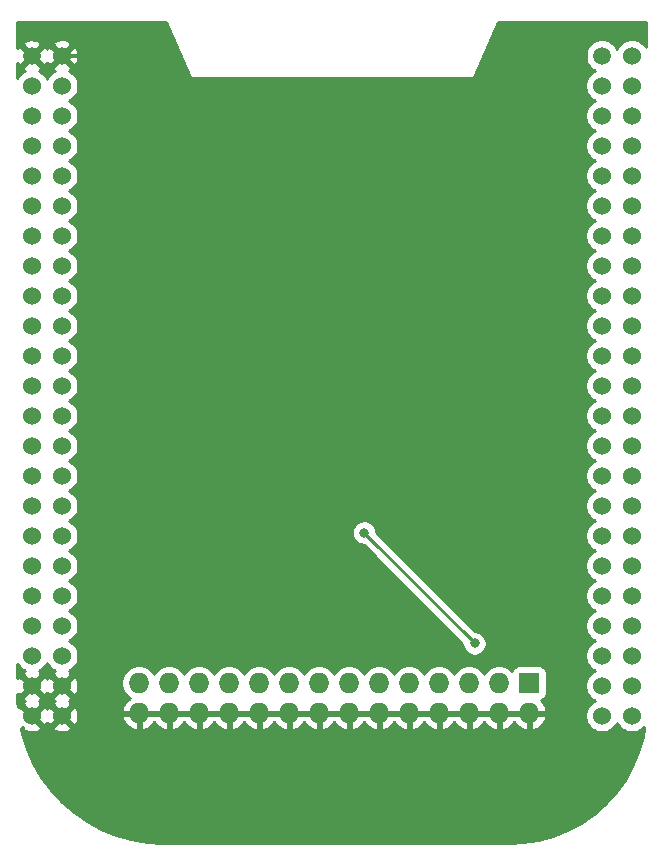
<source format=gtl>
%TF.GenerationSoftware,KiCad,Pcbnew,5.1.10*%
%TF.CreationDate,2022-06-04T14:31:52-04:00*%
%TF.ProjectId,BeagleLogic Cape,42656167-6c65-44c6-9f67-696320436170,rev?*%
%TF.SameCoordinates,PX6cb8080PY7bfa480*%
%TF.FileFunction,Copper,L1,Top*%
%TF.FilePolarity,Positive*%
%FSLAX46Y46*%
G04 Gerber Fmt 4.6, Leading zero omitted, Abs format (unit mm)*
G04 Created by KiCad (PCBNEW 5.1.10) date 2022-06-04 14:31:52*
%MOMM*%
%LPD*%
G01*
G04 APERTURE LIST*
%TA.AperFunction,ComponentPad*%
%ADD10C,1.500000*%
%TD*%
%TA.AperFunction,ComponentPad*%
%ADD11C,1.524000*%
%TD*%
%TA.AperFunction,ComponentPad*%
%ADD12R,1.727200X1.727200*%
%TD*%
%TA.AperFunction,ComponentPad*%
%ADD13O,1.727200X1.727200*%
%TD*%
%TA.AperFunction,ViaPad*%
%ADD14C,0.812800*%
%TD*%
%TA.AperFunction,Conductor*%
%ADD15C,0.350000*%
%TD*%
%TA.AperFunction,Conductor*%
%ADD16C,0.254000*%
%TD*%
%TA.AperFunction,Conductor*%
%ADD17C,0.150000*%
%TD*%
G04 APERTURE END LIST*
D10*
%TO.P,U1,1*%
%TO.N,Net-(U1-Pad1)*%
X50980400Y67424800D03*
D11*
%TO.P,U1,46*%
%TO.N,/CH2*%
X53520400Y11544800D03*
%TO.P,U1,45*%
%TO.N,/CH1*%
X50980400Y11544800D03*
%TO.P,U1,44*%
%TO.N,/CH4*%
X53520400Y14084800D03*
%TO.P,U1,43*%
%TO.N,/CH3*%
X50980400Y14084800D03*
%TO.P,U1,42*%
%TO.N,/CH6*%
X53520400Y16624800D03*
%TO.P,U1,41*%
%TO.N,/CH5*%
X50980400Y16624800D03*
%TO.P,U1,30*%
%TO.N,/CH12*%
X53520400Y31864800D03*
%TO.P,U1,40*%
%TO.N,/CH8*%
X53520400Y19164800D03*
%TO.P,U1,39*%
%TO.N,/CH7*%
X50980400Y19164800D03*
%TO.P,U1,9*%
%TO.N,Net-(U1-Pad9)*%
X50980400Y57264800D03*
%TO.P,U1,7*%
%TO.N,Net-(U1-Pad7)*%
X50980400Y59804800D03*
%TO.P,U1,5*%
%TO.N,Net-(U1-Pad5)*%
X50980400Y62344800D03*
%TO.P,U1,3*%
%TO.N,Net-(U1-Pad3)*%
X50980400Y64884800D03*
%TO.P,U1,37*%
%TO.N,Net-(U1-Pad37)*%
X50980400Y21704800D03*
%TO.P,U1,35*%
%TO.N,Net-(U1-Pad35)*%
X50980400Y24244800D03*
%TO.P,U1,38*%
%TO.N,Net-(U1-Pad38)*%
X53520400Y21704800D03*
%TO.P,U1,36*%
%TO.N,Net-(U1-Pad36)*%
X53520400Y24244800D03*
%TO.P,U1,34*%
%TO.N,Net-(U1-Pad34)*%
X53520400Y26784800D03*
%TO.P,U1,32*%
%TO.N,Net-(U1-Pad32)*%
X53520400Y29324800D03*
%TO.P,U1,28*%
%TO.N,/CH11*%
X53520400Y34404800D03*
%TO.P,U1,33*%
%TO.N,Net-(U1-Pad33)*%
X50980400Y26784800D03*
%TO.P,U1,26*%
%TO.N,Net-(U1-Pad26)*%
X53520400Y36944800D03*
%TO.P,U1,24*%
%TO.N,Net-(U1-Pad24)*%
X53520400Y39484800D03*
%TO.P,U1,31*%
%TO.N,Net-(U1-Pad31)*%
X50980400Y29324800D03*
%TO.P,U1,22*%
%TO.N,Net-(U1-Pad22)*%
X53520400Y42024800D03*
%TO.P,U1,29*%
%TO.N,/CH10*%
X50980400Y31864800D03*
%TO.P,U1,20*%
%TO.N,/CH14*%
X53520400Y44564800D03*
%TO.P,U1,27*%
%TO.N,/CH9*%
X50980400Y34404800D03*
%TO.P,U1,18*%
%TO.N,Net-(U1-Pad18)*%
X53520400Y47104800D03*
%TO.P,U1,25*%
%TO.N,Net-(U1-Pad25)*%
X50980400Y36944800D03*
%TO.P,U1,16*%
%TO.N,Net-(U1-Pad16)*%
X53520400Y49644800D03*
%TO.P,U1,23*%
%TO.N,Net-(U1-Pad23)*%
X50980400Y39484800D03*
%TO.P,U1,14*%
%TO.N,Net-(U1-Pad14)*%
X53520400Y52184800D03*
%TO.P,U1,21*%
%TO.N,/CH13*%
X50980400Y42024800D03*
%TO.P,U1,12*%
%TO.N,Net-(U1-Pad12)*%
X53520400Y54724800D03*
%TO.P,U1,19*%
%TO.N,Net-(U1-Pad19)*%
X50980400Y44564800D03*
%TO.P,U1,10*%
%TO.N,Net-(U1-Pad10)*%
X53520400Y57264800D03*
%TO.P,U1,17*%
%TO.N,Net-(U1-Pad17)*%
X50980400Y47104800D03*
%TO.P,U1,8*%
%TO.N,Net-(U1-Pad8)*%
X53520400Y59804800D03*
%TO.P,U1,15*%
%TO.N,Net-(U1-Pad15)*%
X50980400Y49644800D03*
%TO.P,U1,6*%
%TO.N,Net-(U1-Pad6)*%
X53520400Y62344800D03*
%TO.P,U1,13*%
%TO.N,Net-(U1-Pad13)*%
X50980400Y52184800D03*
%TO.P,U1,4*%
%TO.N,Net-(U1-Pad4)*%
X53520400Y64884800D03*
%TO.P,U1,11*%
%TO.N,Net-(U1-Pad11)*%
X50980400Y54724800D03*
%TO.P,U1,2*%
%TO.N,Net-(U1-Pad2)*%
X53520400Y67424800D03*
%TO.P,U1,902*%
%TO.N,GND*%
X5260400Y67424800D03*
%TO.P,U1,911*%
%TO.N,Net-(U1-Pad911)*%
X2720400Y54724800D03*
%TO.P,U1,904*%
%TO.N,+3.3V*%
X5260400Y64884800D03*
%TO.P,U1,913*%
%TO.N,Net-(U1-Pad913)*%
X2720400Y52184800D03*
%TO.P,U1,906*%
%TO.N,Net-(U1-Pad906)*%
X5260400Y62344800D03*
%TO.P,U1,915*%
%TO.N,Net-(U1-Pad915)*%
X2720400Y49644800D03*
%TO.P,U1,908*%
%TO.N,Net-(U1-Pad908)*%
X5260400Y59804800D03*
%TO.P,U1,917*%
%TO.N,Net-(U1-Pad917)*%
X2720400Y47104800D03*
%TO.P,U1,910*%
%TO.N,/SYS_RESETn*%
X5260400Y57264800D03*
%TO.P,U1,919*%
%TO.N,/EP_SCL*%
X2720400Y44564800D03*
%TO.P,U1,912*%
%TO.N,Net-(U1-Pad912)*%
X5260400Y54724800D03*
%TO.P,U1,921*%
%TO.N,Net-(U1-Pad921)*%
X2720400Y42024800D03*
%TO.P,U1,914*%
%TO.N,Net-(U1-Pad914)*%
X5260400Y52184800D03*
%TO.P,U1,923*%
%TO.N,Net-(U1-Pad923)*%
X2720400Y39484800D03*
%TO.P,U1,916*%
%TO.N,Net-(U1-Pad916)*%
X5260400Y49644800D03*
%TO.P,U1,925*%
%TO.N,Net-(U1-Pad925)*%
X2720400Y36944800D03*
%TO.P,U1,918*%
%TO.N,Net-(U1-Pad918)*%
X5260400Y47104800D03*
%TO.P,U1,927*%
%TO.N,Net-(U1-Pad927)*%
X2720400Y34404800D03*
%TO.P,U1,920*%
%TO.N,/EP_SDA*%
X5260400Y44564800D03*
%TO.P,U1,929*%
%TO.N,Net-(U1-Pad929)*%
X2720400Y31864800D03*
%TO.P,U1,922*%
%TO.N,Net-(U1-Pad922)*%
X5260400Y42024800D03*
%TO.P,U1,931*%
%TO.N,Net-(U1-Pad931)*%
X2720400Y29324800D03*
%TO.P,U1,924*%
%TO.N,Net-(U1-Pad924)*%
X5260400Y39484800D03*
%TO.P,U1,926*%
%TO.N,Net-(U1-Pad926)*%
X5260400Y36944800D03*
%TO.P,U1,933*%
%TO.N,Net-(U1-Pad933)*%
X2720400Y26784800D03*
%TO.P,U1,928*%
%TO.N,Net-(U1-Pad928)*%
X5260400Y34404800D03*
%TO.P,U1,932*%
%TO.N,Net-(U1-Pad932)*%
X5260400Y29324800D03*
%TO.P,U1,934*%
%TO.N,Net-(U1-Pad934)*%
X5260400Y26784800D03*
%TO.P,U1,936*%
%TO.N,Net-(U1-Pad936)*%
X5260400Y24244800D03*
%TO.P,U1,938*%
%TO.N,Net-(U1-Pad938)*%
X5260400Y21704800D03*
%TO.P,U1,935*%
%TO.N,Net-(U1-Pad935)*%
X2720400Y24244800D03*
%TO.P,U1,937*%
%TO.N,Net-(U1-Pad937)*%
X2720400Y21704800D03*
%TO.P,U1,903*%
%TO.N,+3.3V*%
X2720400Y64884800D03*
%TO.P,U1,905*%
%TO.N,Net-(U1-Pad905)*%
X2720400Y62344800D03*
%TO.P,U1,907*%
%TO.N,Net-(U1-Pad907)*%
X2720400Y59804800D03*
%TO.P,U1,909*%
%TO.N,Net-(U1-Pad909)*%
X2720400Y57264800D03*
%TO.P,U1,939*%
%TO.N,Net-(U1-Pad939)*%
X2720400Y19164800D03*
%TO.P,U1,940*%
%TO.N,Net-(U1-Pad940)*%
X5260400Y19164800D03*
%TO.P,U1,930*%
%TO.N,Net-(U1-Pad930)*%
X5260400Y31864800D03*
%TO.P,U1,941*%
%TO.N,Net-(U1-Pad941)*%
X2720400Y16624800D03*
%TO.P,U1,942*%
%TO.N,Net-(U1-Pad942)*%
X5260400Y16624800D03*
%TO.P,U1,943*%
%TO.N,GND*%
X2720400Y14084800D03*
%TO.P,U1,944*%
X5260400Y14084800D03*
%TO.P,U1,945*%
X2720400Y11544800D03*
%TO.P,U1,946*%
X5260400Y11544800D03*
D10*
%TO.P,U1,901*%
X2720400Y67424800D03*
%TD*%
D12*
%TO.P,P1,1*%
%TO.N,/IN1*%
X44810000Y14320000D03*
D13*
%TO.P,P1,2*%
%TO.N,GND*%
X44810000Y11780000D03*
%TO.P,P1,3*%
%TO.N,/IN2*%
X42270000Y14320000D03*
%TO.P,P1,4*%
%TO.N,GND*%
X42270000Y11780000D03*
%TO.P,P1,5*%
%TO.N,/IN3*%
X39730000Y14320000D03*
%TO.P,P1,6*%
%TO.N,GND*%
X39730000Y11780000D03*
%TO.P,P1,7*%
%TO.N,/IN4*%
X37190000Y14320000D03*
%TO.P,P1,8*%
%TO.N,GND*%
X37190000Y11780000D03*
%TO.P,P1,9*%
%TO.N,/IN5*%
X34650000Y14320000D03*
%TO.P,P1,10*%
%TO.N,GND*%
X34650000Y11780000D03*
%TO.P,P1,11*%
%TO.N,/IN6*%
X32110000Y14320000D03*
%TO.P,P1,12*%
%TO.N,GND*%
X32110000Y11780000D03*
%TO.P,P1,13*%
%TO.N,/IN7*%
X29570000Y14320000D03*
%TO.P,P1,14*%
%TO.N,GND*%
X29570000Y11780000D03*
%TO.P,P1,15*%
%TO.N,/IN8*%
X27030000Y14320000D03*
%TO.P,P1,16*%
%TO.N,GND*%
X27030000Y11780000D03*
%TO.P,P1,17*%
%TO.N,/IN9*%
X24490000Y14320000D03*
%TO.P,P1,18*%
%TO.N,GND*%
X24490000Y11780000D03*
%TO.P,P1,19*%
%TO.N,/IN10*%
X21950000Y14320000D03*
%TO.P,P1,20*%
%TO.N,GND*%
X21950000Y11780000D03*
%TO.P,P1,21*%
%TO.N,/IN11*%
X19410000Y14320000D03*
%TO.P,P1,22*%
%TO.N,GND*%
X19410000Y11780000D03*
%TO.P,P1,23*%
%TO.N,/IN12*%
X16870000Y14320000D03*
%TO.P,P1,24*%
%TO.N,GND*%
X16870000Y11780000D03*
%TO.P,P1,25*%
%TO.N,/IN13*%
X14330000Y14320000D03*
%TO.P,P1,26*%
%TO.N,GND*%
X14330000Y11780000D03*
%TO.P,P1,27*%
%TO.N,/IN14*%
X11790000Y14320000D03*
%TO.P,P1,28*%
%TO.N,GND*%
X11790000Y11780000D03*
%TD*%
D14*
%TO.N,GND*%
X30500000Y35000000D03*
X42710407Y23600000D03*
X39800000Y20675000D03*
X33828000Y26672800D03*
X38882600Y27561800D03*
X36792397Y29702804D03*
X40559000Y25682200D03*
X37663400Y22812000D03*
X35885400Y24513800D03*
X16784600Y50980600D03*
%TO.N,Net-(Q1-Pad3)*%
X40200000Y17675000D03*
X30850000Y27050000D03*
%TD*%
D15*
%TO.N,GND*%
X5260400Y67424800D02*
X5275400Y67439800D01*
X11323600Y67439800D02*
X16784600Y61978800D01*
X5275400Y67439800D02*
X11323600Y67439800D01*
X16784600Y61978800D02*
X16784600Y50980600D01*
D16*
X25319400Y50980600D02*
X16784600Y50980600D01*
X30500000Y45800000D02*
X25319400Y50980600D01*
X30500000Y35000000D02*
X30500000Y45800000D01*
X40559000Y25682200D02*
X42641200Y23600000D01*
X42641200Y23600000D02*
X42710407Y23600000D01*
X39800000Y20675000D02*
X42710407Y23585407D01*
X42710407Y23585407D02*
X42710407Y23600000D01*
D15*
X37663400Y22812000D02*
X39800000Y20675400D01*
X39800000Y20675400D02*
X39800000Y20675000D01*
X33828000Y26672800D02*
X35885400Y24615400D01*
X35885400Y24615400D02*
X35885400Y24513800D01*
X40559000Y25885400D02*
X38882600Y27561800D01*
X36792397Y29652003D02*
X38882600Y27561800D01*
X36792397Y29702804D02*
X36792397Y29652003D01*
X40559000Y25682200D02*
X40559000Y25885400D01*
X37688800Y22812000D02*
X40559000Y25682200D01*
X35961600Y24513800D02*
X37663400Y22812000D01*
X35885400Y24513800D02*
X35961600Y24513800D01*
X37663400Y22812000D02*
X37688800Y22812000D01*
D16*
%TO.N,Net-(Q1-Pad3)*%
X40200000Y17700000D02*
X40200000Y17675000D01*
X30850000Y27050000D02*
X40200000Y17700000D01*
%TD*%
%TO.N,GND*%
X16083648Y65649096D02*
X16095815Y65627375D01*
X16111985Y65608445D01*
X16131538Y65593033D01*
X16153721Y65581732D01*
X16177683Y65574976D01*
X16200000Y65573000D01*
X16419908Y65573000D01*
X16436594Y65564081D01*
X16443112Y65562104D01*
X16449179Y65559013D01*
X16507606Y65542540D01*
X16565717Y65524912D01*
X16572496Y65524244D01*
X16579048Y65522397D01*
X16639555Y65517639D01*
X16666353Y65515000D01*
X16673124Y65515000D01*
X16713567Y65511820D01*
X16740417Y65515000D01*
X39459592Y65515000D01*
X39486434Y65511821D01*
X39526868Y65515000D01*
X39533647Y65515000D01*
X39560468Y65517642D01*
X39620951Y65522397D01*
X39627502Y65524244D01*
X39634283Y65524912D01*
X39692433Y65542552D01*
X39750820Y65559014D01*
X39756881Y65562102D01*
X39763406Y65564081D01*
X39780093Y65573000D01*
X40000000Y65573000D01*
X40024776Y65575440D01*
X40048601Y65582667D01*
X40070557Y65594403D01*
X40089803Y65610197D01*
X40105597Y65629443D01*
X40116352Y65649096D01*
X42157685Y70315000D01*
X54715000Y70315000D01*
X54715000Y68151487D01*
X54605520Y68315335D01*
X54410935Y68509920D01*
X54182127Y68662805D01*
X53927890Y68768114D01*
X53657992Y68821800D01*
X53382808Y68821800D01*
X53112910Y68768114D01*
X52858673Y68662805D01*
X52629865Y68509920D01*
X52435280Y68315335D01*
X52282395Y68086527D01*
X52243906Y67993606D01*
X52207771Y68080843D01*
X52056199Y68307686D01*
X51863286Y68500599D01*
X51636443Y68652171D01*
X51384389Y68756575D01*
X51116811Y68809800D01*
X50843989Y68809800D01*
X50576411Y68756575D01*
X50324357Y68652171D01*
X50097514Y68500599D01*
X49904601Y68307686D01*
X49753029Y68080843D01*
X49648625Y67828789D01*
X49595400Y67561211D01*
X49595400Y67288389D01*
X49648625Y67020811D01*
X49753029Y66768757D01*
X49904601Y66541914D01*
X50097514Y66349001D01*
X50324357Y66197429D01*
X50411594Y66161294D01*
X50318673Y66122805D01*
X50089865Y65969920D01*
X49895280Y65775335D01*
X49742395Y65546527D01*
X49637086Y65292290D01*
X49583400Y65022392D01*
X49583400Y64747208D01*
X49637086Y64477310D01*
X49742395Y64223073D01*
X49895280Y63994265D01*
X50089865Y63799680D01*
X50318673Y63646795D01*
X50395915Y63614800D01*
X50318673Y63582805D01*
X50089865Y63429920D01*
X49895280Y63235335D01*
X49742395Y63006527D01*
X49637086Y62752290D01*
X49583400Y62482392D01*
X49583400Y62207208D01*
X49637086Y61937310D01*
X49742395Y61683073D01*
X49895280Y61454265D01*
X50089865Y61259680D01*
X50318673Y61106795D01*
X50395915Y61074800D01*
X50318673Y61042805D01*
X50089865Y60889920D01*
X49895280Y60695335D01*
X49742395Y60466527D01*
X49637086Y60212290D01*
X49583400Y59942392D01*
X49583400Y59667208D01*
X49637086Y59397310D01*
X49742395Y59143073D01*
X49895280Y58914265D01*
X50089865Y58719680D01*
X50318673Y58566795D01*
X50395915Y58534800D01*
X50318673Y58502805D01*
X50089865Y58349920D01*
X49895280Y58155335D01*
X49742395Y57926527D01*
X49637086Y57672290D01*
X49583400Y57402392D01*
X49583400Y57127208D01*
X49637086Y56857310D01*
X49742395Y56603073D01*
X49895280Y56374265D01*
X50089865Y56179680D01*
X50318673Y56026795D01*
X50395915Y55994800D01*
X50318673Y55962805D01*
X50089865Y55809920D01*
X49895280Y55615335D01*
X49742395Y55386527D01*
X49637086Y55132290D01*
X49583400Y54862392D01*
X49583400Y54587208D01*
X49637086Y54317310D01*
X49742395Y54063073D01*
X49895280Y53834265D01*
X50089865Y53639680D01*
X50318673Y53486795D01*
X50395915Y53454800D01*
X50318673Y53422805D01*
X50089865Y53269920D01*
X49895280Y53075335D01*
X49742395Y52846527D01*
X49637086Y52592290D01*
X49583400Y52322392D01*
X49583400Y52047208D01*
X49637086Y51777310D01*
X49742395Y51523073D01*
X49895280Y51294265D01*
X50089865Y51099680D01*
X50318673Y50946795D01*
X50395915Y50914800D01*
X50318673Y50882805D01*
X50089865Y50729920D01*
X49895280Y50535335D01*
X49742395Y50306527D01*
X49637086Y50052290D01*
X49583400Y49782392D01*
X49583400Y49507208D01*
X49637086Y49237310D01*
X49742395Y48983073D01*
X49895280Y48754265D01*
X50089865Y48559680D01*
X50318673Y48406795D01*
X50395915Y48374800D01*
X50318673Y48342805D01*
X50089865Y48189920D01*
X49895280Y47995335D01*
X49742395Y47766527D01*
X49637086Y47512290D01*
X49583400Y47242392D01*
X49583400Y46967208D01*
X49637086Y46697310D01*
X49742395Y46443073D01*
X49895280Y46214265D01*
X50089865Y46019680D01*
X50318673Y45866795D01*
X50395915Y45834800D01*
X50318673Y45802805D01*
X50089865Y45649920D01*
X49895280Y45455335D01*
X49742395Y45226527D01*
X49637086Y44972290D01*
X49583400Y44702392D01*
X49583400Y44427208D01*
X49637086Y44157310D01*
X49742395Y43903073D01*
X49895280Y43674265D01*
X50089865Y43479680D01*
X50318673Y43326795D01*
X50395915Y43294800D01*
X50318673Y43262805D01*
X50089865Y43109920D01*
X49895280Y42915335D01*
X49742395Y42686527D01*
X49637086Y42432290D01*
X49583400Y42162392D01*
X49583400Y41887208D01*
X49637086Y41617310D01*
X49742395Y41363073D01*
X49895280Y41134265D01*
X50089865Y40939680D01*
X50318673Y40786795D01*
X50395915Y40754800D01*
X50318673Y40722805D01*
X50089865Y40569920D01*
X49895280Y40375335D01*
X49742395Y40146527D01*
X49637086Y39892290D01*
X49583400Y39622392D01*
X49583400Y39347208D01*
X49637086Y39077310D01*
X49742395Y38823073D01*
X49895280Y38594265D01*
X50089865Y38399680D01*
X50318673Y38246795D01*
X50395915Y38214800D01*
X50318673Y38182805D01*
X50089865Y38029920D01*
X49895280Y37835335D01*
X49742395Y37606527D01*
X49637086Y37352290D01*
X49583400Y37082392D01*
X49583400Y36807208D01*
X49637086Y36537310D01*
X49742395Y36283073D01*
X49895280Y36054265D01*
X50089865Y35859680D01*
X50318673Y35706795D01*
X50395915Y35674800D01*
X50318673Y35642805D01*
X50089865Y35489920D01*
X49895280Y35295335D01*
X49742395Y35066527D01*
X49637086Y34812290D01*
X49583400Y34542392D01*
X49583400Y34267208D01*
X49637086Y33997310D01*
X49742395Y33743073D01*
X49895280Y33514265D01*
X50089865Y33319680D01*
X50318673Y33166795D01*
X50395915Y33134800D01*
X50318673Y33102805D01*
X50089865Y32949920D01*
X49895280Y32755335D01*
X49742395Y32526527D01*
X49637086Y32272290D01*
X49583400Y32002392D01*
X49583400Y31727208D01*
X49637086Y31457310D01*
X49742395Y31203073D01*
X49895280Y30974265D01*
X50089865Y30779680D01*
X50318673Y30626795D01*
X50395915Y30594800D01*
X50318673Y30562805D01*
X50089865Y30409920D01*
X49895280Y30215335D01*
X49742395Y29986527D01*
X49637086Y29732290D01*
X49583400Y29462392D01*
X49583400Y29187208D01*
X49637086Y28917310D01*
X49742395Y28663073D01*
X49895280Y28434265D01*
X50089865Y28239680D01*
X50318673Y28086795D01*
X50395915Y28054800D01*
X50318673Y28022805D01*
X50089865Y27869920D01*
X49895280Y27675335D01*
X49742395Y27446527D01*
X49637086Y27192290D01*
X49583400Y26922392D01*
X49583400Y26647208D01*
X49637086Y26377310D01*
X49742395Y26123073D01*
X49895280Y25894265D01*
X50089865Y25699680D01*
X50318673Y25546795D01*
X50395915Y25514800D01*
X50318673Y25482805D01*
X50089865Y25329920D01*
X49895280Y25135335D01*
X49742395Y24906527D01*
X49637086Y24652290D01*
X49583400Y24382392D01*
X49583400Y24107208D01*
X49637086Y23837310D01*
X49742395Y23583073D01*
X49895280Y23354265D01*
X50089865Y23159680D01*
X50318673Y23006795D01*
X50395915Y22974800D01*
X50318673Y22942805D01*
X50089865Y22789920D01*
X49895280Y22595335D01*
X49742395Y22366527D01*
X49637086Y22112290D01*
X49583400Y21842392D01*
X49583400Y21567208D01*
X49637086Y21297310D01*
X49742395Y21043073D01*
X49895280Y20814265D01*
X50089865Y20619680D01*
X50318673Y20466795D01*
X50395915Y20434800D01*
X50318673Y20402805D01*
X50089865Y20249920D01*
X49895280Y20055335D01*
X49742395Y19826527D01*
X49637086Y19572290D01*
X49583400Y19302392D01*
X49583400Y19027208D01*
X49637086Y18757310D01*
X49742395Y18503073D01*
X49895280Y18274265D01*
X50089865Y18079680D01*
X50318673Y17926795D01*
X50395915Y17894800D01*
X50318673Y17862805D01*
X50089865Y17709920D01*
X49895280Y17515335D01*
X49742395Y17286527D01*
X49637086Y17032290D01*
X49583400Y16762392D01*
X49583400Y16487208D01*
X49637086Y16217310D01*
X49742395Y15963073D01*
X49895280Y15734265D01*
X50089865Y15539680D01*
X50318673Y15386795D01*
X50395915Y15354800D01*
X50318673Y15322805D01*
X50089865Y15169920D01*
X49895280Y14975335D01*
X49742395Y14746527D01*
X49637086Y14492290D01*
X49583400Y14222392D01*
X49583400Y13947208D01*
X49637086Y13677310D01*
X49742395Y13423073D01*
X49895280Y13194265D01*
X50089865Y12999680D01*
X50318673Y12846795D01*
X50395915Y12814800D01*
X50318673Y12782805D01*
X50089865Y12629920D01*
X49895280Y12435335D01*
X49742395Y12206527D01*
X49637086Y11952290D01*
X49583400Y11682392D01*
X49583400Y11407208D01*
X49637086Y11137310D01*
X49742395Y10883073D01*
X49895280Y10654265D01*
X50089865Y10459680D01*
X50318673Y10306795D01*
X50572910Y10201486D01*
X50842808Y10147800D01*
X51117992Y10147800D01*
X51387890Y10201486D01*
X51642127Y10306795D01*
X51870935Y10459680D01*
X52065520Y10654265D01*
X52218405Y10883073D01*
X52250400Y10960315D01*
X52282395Y10883073D01*
X52435280Y10654265D01*
X52629865Y10459680D01*
X52858673Y10306795D01*
X53112910Y10201486D01*
X53382808Y10147800D01*
X53657992Y10147800D01*
X53927890Y10201486D01*
X54182127Y10306795D01*
X54410935Y10459680D01*
X54575987Y10624732D01*
X54418796Y9709936D01*
X54053478Y8456586D01*
X53548620Y7252637D01*
X52910722Y6113587D01*
X52147980Y5054072D01*
X51270195Y4087707D01*
X50288660Y3226923D01*
X49215993Y2482789D01*
X48065981Y1864864D01*
X46853414Y1381099D01*
X45593880Y1037711D01*
X44300590Y838654D01*
X43183561Y785000D01*
X13818834Y785000D01*
X12448736Y860402D01*
X11113792Y1082597D01*
X9811291Y1449940D01*
X8556965Y1957994D01*
X7365975Y2600618D01*
X6252682Y3370062D01*
X5230554Y4257020D01*
X4311925Y5250788D01*
X3507901Y6339349D01*
X2828177Y7509581D01*
X2280977Y8747323D01*
X1872903Y10037641D01*
X1780953Y10499901D01*
X1818031Y10462823D01*
X1934441Y10579233D01*
X2001420Y10339144D01*
X2250448Y10222044D01*
X2517535Y10155777D01*
X2792417Y10142890D01*
X3064533Y10183878D01*
X3323423Y10277164D01*
X3439380Y10339144D01*
X3506360Y10579235D01*
X4474440Y10579235D01*
X4541420Y10339144D01*
X4790448Y10222044D01*
X5057535Y10155777D01*
X5332417Y10142890D01*
X5604533Y10183878D01*
X5863423Y10277164D01*
X5979380Y10339144D01*
X6046360Y10579235D01*
X5260400Y11365195D01*
X4474440Y10579235D01*
X3506360Y10579235D01*
X2720400Y11365195D01*
X2706258Y11351052D01*
X2526653Y11530657D01*
X2540795Y11544800D01*
X2900005Y11544800D01*
X3685965Y10758840D01*
X3926056Y10825820D01*
X3987479Y10956444D01*
X3992764Y10941777D01*
X4054744Y10825820D01*
X4294835Y10758840D01*
X5080795Y11544800D01*
X5440005Y11544800D01*
X6225965Y10758840D01*
X6466056Y10825820D01*
X6583156Y11074848D01*
X6649423Y11341935D01*
X6653128Y11420974D01*
X10335042Y11420974D01*
X10380778Y11270186D01*
X10507316Y11005056D01*
X10683146Y10769707D01*
X10901512Y10573183D01*
X11154022Y10423036D01*
X11430973Y10325037D01*
X11663000Y10445536D01*
X11663000Y11653000D01*
X11917000Y11653000D01*
X11917000Y10445536D01*
X12149027Y10325037D01*
X12425978Y10423036D01*
X12678488Y10573183D01*
X12896854Y10769707D01*
X13060000Y10988078D01*
X13223146Y10769707D01*
X13441512Y10573183D01*
X13694022Y10423036D01*
X13970973Y10325037D01*
X14203000Y10445536D01*
X14203000Y11653000D01*
X14457000Y11653000D01*
X14457000Y10445536D01*
X14689027Y10325037D01*
X14965978Y10423036D01*
X15218488Y10573183D01*
X15436854Y10769707D01*
X15600000Y10988078D01*
X15763146Y10769707D01*
X15981512Y10573183D01*
X16234022Y10423036D01*
X16510973Y10325037D01*
X16743000Y10445536D01*
X16743000Y11653000D01*
X16997000Y11653000D01*
X16997000Y10445536D01*
X17229027Y10325037D01*
X17505978Y10423036D01*
X17758488Y10573183D01*
X17976854Y10769707D01*
X18140000Y10988078D01*
X18303146Y10769707D01*
X18521512Y10573183D01*
X18774022Y10423036D01*
X19050973Y10325037D01*
X19283000Y10445536D01*
X19283000Y11653000D01*
X19537000Y11653000D01*
X19537000Y10445536D01*
X19769027Y10325037D01*
X20045978Y10423036D01*
X20298488Y10573183D01*
X20516854Y10769707D01*
X20680000Y10988078D01*
X20843146Y10769707D01*
X21061512Y10573183D01*
X21314022Y10423036D01*
X21590973Y10325037D01*
X21823000Y10445536D01*
X21823000Y11653000D01*
X22077000Y11653000D01*
X22077000Y10445536D01*
X22309027Y10325037D01*
X22585978Y10423036D01*
X22838488Y10573183D01*
X23056854Y10769707D01*
X23220000Y10988078D01*
X23383146Y10769707D01*
X23601512Y10573183D01*
X23854022Y10423036D01*
X24130973Y10325037D01*
X24363000Y10445536D01*
X24363000Y11653000D01*
X24617000Y11653000D01*
X24617000Y10445536D01*
X24849027Y10325037D01*
X25125978Y10423036D01*
X25378488Y10573183D01*
X25596854Y10769707D01*
X25760000Y10988078D01*
X25923146Y10769707D01*
X26141512Y10573183D01*
X26394022Y10423036D01*
X26670973Y10325037D01*
X26903000Y10445536D01*
X26903000Y11653000D01*
X27157000Y11653000D01*
X27157000Y10445536D01*
X27389027Y10325037D01*
X27665978Y10423036D01*
X27918488Y10573183D01*
X28136854Y10769707D01*
X28300000Y10988078D01*
X28463146Y10769707D01*
X28681512Y10573183D01*
X28934022Y10423036D01*
X29210973Y10325037D01*
X29443000Y10445536D01*
X29443000Y11653000D01*
X29697000Y11653000D01*
X29697000Y10445536D01*
X29929027Y10325037D01*
X30205978Y10423036D01*
X30458488Y10573183D01*
X30676854Y10769707D01*
X30840000Y10988078D01*
X31003146Y10769707D01*
X31221512Y10573183D01*
X31474022Y10423036D01*
X31750973Y10325037D01*
X31983000Y10445536D01*
X31983000Y11653000D01*
X32237000Y11653000D01*
X32237000Y10445536D01*
X32469027Y10325037D01*
X32745978Y10423036D01*
X32998488Y10573183D01*
X33216854Y10769707D01*
X33380000Y10988078D01*
X33543146Y10769707D01*
X33761512Y10573183D01*
X34014022Y10423036D01*
X34290973Y10325037D01*
X34523000Y10445536D01*
X34523000Y11653000D01*
X34777000Y11653000D01*
X34777000Y10445536D01*
X35009027Y10325037D01*
X35285978Y10423036D01*
X35538488Y10573183D01*
X35756854Y10769707D01*
X35920000Y10988078D01*
X36083146Y10769707D01*
X36301512Y10573183D01*
X36554022Y10423036D01*
X36830973Y10325037D01*
X37063000Y10445536D01*
X37063000Y11653000D01*
X37317000Y11653000D01*
X37317000Y10445536D01*
X37549027Y10325037D01*
X37825978Y10423036D01*
X38078488Y10573183D01*
X38296854Y10769707D01*
X38460000Y10988078D01*
X38623146Y10769707D01*
X38841512Y10573183D01*
X39094022Y10423036D01*
X39370973Y10325037D01*
X39603000Y10445536D01*
X39603000Y11653000D01*
X39857000Y11653000D01*
X39857000Y10445536D01*
X40089027Y10325037D01*
X40365978Y10423036D01*
X40618488Y10573183D01*
X40836854Y10769707D01*
X41000000Y10988078D01*
X41163146Y10769707D01*
X41381512Y10573183D01*
X41634022Y10423036D01*
X41910973Y10325037D01*
X42143000Y10445536D01*
X42143000Y11653000D01*
X42397000Y11653000D01*
X42397000Y10445536D01*
X42629027Y10325037D01*
X42905978Y10423036D01*
X43158488Y10573183D01*
X43376854Y10769707D01*
X43540000Y10988078D01*
X43703146Y10769707D01*
X43921512Y10573183D01*
X44174022Y10423036D01*
X44450973Y10325037D01*
X44683000Y10445536D01*
X44683000Y11653000D01*
X44937000Y11653000D01*
X44937000Y10445536D01*
X45169027Y10325037D01*
X45445978Y10423036D01*
X45698488Y10573183D01*
X45916854Y10769707D01*
X46092684Y11005056D01*
X46219222Y11270186D01*
X46264958Y11420974D01*
X46143817Y11653000D01*
X44937000Y11653000D01*
X44683000Y11653000D01*
X42397000Y11653000D01*
X42143000Y11653000D01*
X39857000Y11653000D01*
X39603000Y11653000D01*
X37317000Y11653000D01*
X37063000Y11653000D01*
X34777000Y11653000D01*
X34523000Y11653000D01*
X32237000Y11653000D01*
X31983000Y11653000D01*
X29697000Y11653000D01*
X29443000Y11653000D01*
X27157000Y11653000D01*
X26903000Y11653000D01*
X24617000Y11653000D01*
X24363000Y11653000D01*
X22077000Y11653000D01*
X21823000Y11653000D01*
X19537000Y11653000D01*
X19283000Y11653000D01*
X16997000Y11653000D01*
X16743000Y11653000D01*
X14457000Y11653000D01*
X14203000Y11653000D01*
X11917000Y11653000D01*
X11663000Y11653000D01*
X10456183Y11653000D01*
X10335042Y11420974D01*
X6653128Y11420974D01*
X6662310Y11616817D01*
X6621322Y11888933D01*
X6528036Y12147823D01*
X6466056Y12263780D01*
X6225965Y12330760D01*
X5440005Y11544800D01*
X5080795Y11544800D01*
X4294835Y12330760D01*
X4054744Y12263780D01*
X3993321Y12133156D01*
X3988036Y12147823D01*
X3926056Y12263780D01*
X3685965Y12330760D01*
X2900005Y11544800D01*
X2540795Y11544800D01*
X1754835Y12330760D01*
X1530653Y12268218D01*
X1490950Y12726640D01*
X1485000Y13105349D01*
X1485000Y13119235D01*
X1934440Y13119235D01*
X2001420Y12879144D01*
X2132044Y12817721D01*
X2117377Y12812436D01*
X2001420Y12750456D01*
X1934440Y12510365D01*
X2720400Y11724405D01*
X3506360Y12510365D01*
X3439380Y12750456D01*
X3308756Y12811879D01*
X3323423Y12817164D01*
X3439380Y12879144D01*
X3506360Y13119235D01*
X4474440Y13119235D01*
X4541420Y12879144D01*
X4672044Y12817721D01*
X4657377Y12812436D01*
X4541420Y12750456D01*
X4474440Y12510365D01*
X5260400Y11724405D01*
X6046360Y12510365D01*
X5979380Y12750456D01*
X5848756Y12811879D01*
X5863423Y12817164D01*
X5979380Y12879144D01*
X6046360Y13119235D01*
X5260400Y13905195D01*
X4474440Y13119235D01*
X3506360Y13119235D01*
X2720400Y13905195D01*
X1934440Y13119235D01*
X1485000Y13119235D01*
X1485000Y13421467D01*
X1514744Y13365820D01*
X1754835Y13298840D01*
X2540795Y14084800D01*
X2900005Y14084800D01*
X3685965Y13298840D01*
X3926056Y13365820D01*
X3987479Y13496444D01*
X3992764Y13481777D01*
X4054744Y13365820D01*
X4294835Y13298840D01*
X5080795Y14084800D01*
X5440005Y14084800D01*
X6225965Y13298840D01*
X6466056Y13365820D01*
X6583156Y13614848D01*
X6649423Y13881935D01*
X6662310Y14156817D01*
X6621322Y14428933D01*
X6607390Y14467599D01*
X10291400Y14467599D01*
X10291400Y14172401D01*
X10348990Y13882875D01*
X10461958Y13610147D01*
X10625961Y13364698D01*
X10834698Y13155961D01*
X11000103Y13045441D01*
X10901512Y12986817D01*
X10683146Y12790293D01*
X10507316Y12554944D01*
X10380778Y12289814D01*
X10335042Y12139026D01*
X10456183Y11907000D01*
X11663000Y11907000D01*
X11663000Y11927000D01*
X11917000Y11927000D01*
X11917000Y11907000D01*
X14203000Y11907000D01*
X14203000Y11927000D01*
X14457000Y11927000D01*
X14457000Y11907000D01*
X16743000Y11907000D01*
X16743000Y11927000D01*
X16997000Y11927000D01*
X16997000Y11907000D01*
X19283000Y11907000D01*
X19283000Y11927000D01*
X19537000Y11927000D01*
X19537000Y11907000D01*
X21823000Y11907000D01*
X21823000Y11927000D01*
X22077000Y11927000D01*
X22077000Y11907000D01*
X24363000Y11907000D01*
X24363000Y11927000D01*
X24617000Y11927000D01*
X24617000Y11907000D01*
X26903000Y11907000D01*
X26903000Y11927000D01*
X27157000Y11927000D01*
X27157000Y11907000D01*
X29443000Y11907000D01*
X29443000Y11927000D01*
X29697000Y11927000D01*
X29697000Y11907000D01*
X31983000Y11907000D01*
X31983000Y11927000D01*
X32237000Y11927000D01*
X32237000Y11907000D01*
X34523000Y11907000D01*
X34523000Y11927000D01*
X34777000Y11927000D01*
X34777000Y11907000D01*
X37063000Y11907000D01*
X37063000Y11927000D01*
X37317000Y11927000D01*
X37317000Y11907000D01*
X39603000Y11907000D01*
X39603000Y11927000D01*
X39857000Y11927000D01*
X39857000Y11907000D01*
X42143000Y11907000D01*
X42143000Y11927000D01*
X42397000Y11927000D01*
X42397000Y11907000D01*
X44683000Y11907000D01*
X44683000Y11927000D01*
X44937000Y11927000D01*
X44937000Y11907000D01*
X46143817Y11907000D01*
X46264958Y12139026D01*
X46219222Y12289814D01*
X46092684Y12554944D01*
X45916854Y12790293D01*
X45853426Y12847376D01*
X45917780Y12866898D01*
X46028094Y12925863D01*
X46124785Y13005215D01*
X46204137Y13101906D01*
X46263102Y13212220D01*
X46299412Y13331918D01*
X46311672Y13456400D01*
X46311672Y15183600D01*
X46299412Y15308082D01*
X46263102Y15427780D01*
X46204137Y15538094D01*
X46124785Y15634785D01*
X46028094Y15714137D01*
X45917780Y15773102D01*
X45798082Y15809412D01*
X45673600Y15821672D01*
X43946400Y15821672D01*
X43821918Y15809412D01*
X43702220Y15773102D01*
X43591906Y15714137D01*
X43495215Y15634785D01*
X43415863Y15538094D01*
X43356898Y15427780D01*
X43339364Y15369977D01*
X43225302Y15484039D01*
X42979853Y15648042D01*
X42707125Y15761010D01*
X42417599Y15818600D01*
X42122401Y15818600D01*
X41832875Y15761010D01*
X41560147Y15648042D01*
X41314698Y15484039D01*
X41105961Y15275302D01*
X41000000Y15116719D01*
X40894039Y15275302D01*
X40685302Y15484039D01*
X40439853Y15648042D01*
X40167125Y15761010D01*
X39877599Y15818600D01*
X39582401Y15818600D01*
X39292875Y15761010D01*
X39020147Y15648042D01*
X38774698Y15484039D01*
X38565961Y15275302D01*
X38460000Y15116719D01*
X38354039Y15275302D01*
X38145302Y15484039D01*
X37899853Y15648042D01*
X37627125Y15761010D01*
X37337599Y15818600D01*
X37042401Y15818600D01*
X36752875Y15761010D01*
X36480147Y15648042D01*
X36234698Y15484039D01*
X36025961Y15275302D01*
X35920000Y15116719D01*
X35814039Y15275302D01*
X35605302Y15484039D01*
X35359853Y15648042D01*
X35087125Y15761010D01*
X34797599Y15818600D01*
X34502401Y15818600D01*
X34212875Y15761010D01*
X33940147Y15648042D01*
X33694698Y15484039D01*
X33485961Y15275302D01*
X33380000Y15116719D01*
X33274039Y15275302D01*
X33065302Y15484039D01*
X32819853Y15648042D01*
X32547125Y15761010D01*
X32257599Y15818600D01*
X31962401Y15818600D01*
X31672875Y15761010D01*
X31400147Y15648042D01*
X31154698Y15484039D01*
X30945961Y15275302D01*
X30840000Y15116719D01*
X30734039Y15275302D01*
X30525302Y15484039D01*
X30279853Y15648042D01*
X30007125Y15761010D01*
X29717599Y15818600D01*
X29422401Y15818600D01*
X29132875Y15761010D01*
X28860147Y15648042D01*
X28614698Y15484039D01*
X28405961Y15275302D01*
X28300000Y15116719D01*
X28194039Y15275302D01*
X27985302Y15484039D01*
X27739853Y15648042D01*
X27467125Y15761010D01*
X27177599Y15818600D01*
X26882401Y15818600D01*
X26592875Y15761010D01*
X26320147Y15648042D01*
X26074698Y15484039D01*
X25865961Y15275302D01*
X25760000Y15116719D01*
X25654039Y15275302D01*
X25445302Y15484039D01*
X25199853Y15648042D01*
X24927125Y15761010D01*
X24637599Y15818600D01*
X24342401Y15818600D01*
X24052875Y15761010D01*
X23780147Y15648042D01*
X23534698Y15484039D01*
X23325961Y15275302D01*
X23220000Y15116719D01*
X23114039Y15275302D01*
X22905302Y15484039D01*
X22659853Y15648042D01*
X22387125Y15761010D01*
X22097599Y15818600D01*
X21802401Y15818600D01*
X21512875Y15761010D01*
X21240147Y15648042D01*
X20994698Y15484039D01*
X20785961Y15275302D01*
X20680000Y15116719D01*
X20574039Y15275302D01*
X20365302Y15484039D01*
X20119853Y15648042D01*
X19847125Y15761010D01*
X19557599Y15818600D01*
X19262401Y15818600D01*
X18972875Y15761010D01*
X18700147Y15648042D01*
X18454698Y15484039D01*
X18245961Y15275302D01*
X18140000Y15116719D01*
X18034039Y15275302D01*
X17825302Y15484039D01*
X17579853Y15648042D01*
X17307125Y15761010D01*
X17017599Y15818600D01*
X16722401Y15818600D01*
X16432875Y15761010D01*
X16160147Y15648042D01*
X15914698Y15484039D01*
X15705961Y15275302D01*
X15600000Y15116719D01*
X15494039Y15275302D01*
X15285302Y15484039D01*
X15039853Y15648042D01*
X14767125Y15761010D01*
X14477599Y15818600D01*
X14182401Y15818600D01*
X13892875Y15761010D01*
X13620147Y15648042D01*
X13374698Y15484039D01*
X13165961Y15275302D01*
X13060000Y15116719D01*
X12954039Y15275302D01*
X12745302Y15484039D01*
X12499853Y15648042D01*
X12227125Y15761010D01*
X11937599Y15818600D01*
X11642401Y15818600D01*
X11352875Y15761010D01*
X11080147Y15648042D01*
X10834698Y15484039D01*
X10625961Y15275302D01*
X10461958Y15029853D01*
X10348990Y14757125D01*
X10291400Y14467599D01*
X6607390Y14467599D01*
X6528036Y14687823D01*
X6466056Y14803780D01*
X6225965Y14870760D01*
X5440005Y14084800D01*
X5080795Y14084800D01*
X4294835Y14870760D01*
X4054744Y14803780D01*
X3993321Y14673156D01*
X3988036Y14687823D01*
X3926056Y14803780D01*
X3685965Y14870760D01*
X2900005Y14084800D01*
X2540795Y14084800D01*
X1754835Y14870760D01*
X1514744Y14803780D01*
X1485000Y14740526D01*
X1485000Y15959174D01*
X1635280Y15734265D01*
X1829865Y15539680D01*
X2058673Y15386795D01*
X2130343Y15357108D01*
X2117377Y15352436D01*
X2001420Y15290456D01*
X1934440Y15050365D01*
X2720400Y14264405D01*
X3506360Y15050365D01*
X3439380Y15290456D01*
X3303640Y15354285D01*
X3382127Y15386795D01*
X3610935Y15539680D01*
X3805520Y15734265D01*
X3958405Y15963073D01*
X3990400Y16040315D01*
X4022395Y15963073D01*
X4175280Y15734265D01*
X4369865Y15539680D01*
X4598673Y15386795D01*
X4670343Y15357108D01*
X4657377Y15352436D01*
X4541420Y15290456D01*
X4474440Y15050365D01*
X5260400Y14264405D01*
X6046360Y15050365D01*
X5979380Y15290456D01*
X5843640Y15354285D01*
X5922127Y15386795D01*
X6150935Y15539680D01*
X6345520Y15734265D01*
X6498405Y15963073D01*
X6603714Y16217310D01*
X6657400Y16487208D01*
X6657400Y16762392D01*
X6603714Y17032290D01*
X6498405Y17286527D01*
X6345520Y17515335D01*
X6150935Y17709920D01*
X5922127Y17862805D01*
X5844885Y17894800D01*
X5922127Y17926795D01*
X6150935Y18079680D01*
X6345520Y18274265D01*
X6498405Y18503073D01*
X6603714Y18757310D01*
X6657400Y19027208D01*
X6657400Y19302392D01*
X6603714Y19572290D01*
X6498405Y19826527D01*
X6345520Y20055335D01*
X6150935Y20249920D01*
X5922127Y20402805D01*
X5844885Y20434800D01*
X5922127Y20466795D01*
X6150935Y20619680D01*
X6345520Y20814265D01*
X6498405Y21043073D01*
X6603714Y21297310D01*
X6657400Y21567208D01*
X6657400Y21842392D01*
X6603714Y22112290D01*
X6498405Y22366527D01*
X6345520Y22595335D01*
X6150935Y22789920D01*
X5922127Y22942805D01*
X5844885Y22974800D01*
X5922127Y23006795D01*
X6150935Y23159680D01*
X6345520Y23354265D01*
X6498405Y23583073D01*
X6603714Y23837310D01*
X6657400Y24107208D01*
X6657400Y24382392D01*
X6603714Y24652290D01*
X6498405Y24906527D01*
X6345520Y25135335D01*
X6150935Y25329920D01*
X5922127Y25482805D01*
X5844885Y25514800D01*
X5922127Y25546795D01*
X6150935Y25699680D01*
X6345520Y25894265D01*
X6498405Y26123073D01*
X6603714Y26377310D01*
X6657400Y26647208D01*
X6657400Y26922392D01*
X6611615Y27152569D01*
X29808600Y27152569D01*
X29808600Y26947431D01*
X29848620Y26746235D01*
X29927123Y26556712D01*
X30041092Y26386146D01*
X30186146Y26241092D01*
X30356712Y26127123D01*
X30546235Y26048620D01*
X30747431Y26008600D01*
X30813770Y26008600D01*
X39158600Y17663769D01*
X39158600Y17572431D01*
X39198620Y17371235D01*
X39277123Y17181712D01*
X39391092Y17011146D01*
X39536146Y16866092D01*
X39706712Y16752123D01*
X39896235Y16673620D01*
X40097431Y16633600D01*
X40302569Y16633600D01*
X40503765Y16673620D01*
X40693288Y16752123D01*
X40863854Y16866092D01*
X41008908Y17011146D01*
X41122877Y17181712D01*
X41201380Y17371235D01*
X41241400Y17572431D01*
X41241400Y17777569D01*
X41201380Y17978765D01*
X41122877Y18168288D01*
X41008908Y18338854D01*
X40863854Y18483908D01*
X40693288Y18597877D01*
X40503765Y18676380D01*
X40302569Y18716400D01*
X40261231Y18716400D01*
X31891400Y27086230D01*
X31891400Y27152569D01*
X31851380Y27353765D01*
X31772877Y27543288D01*
X31658908Y27713854D01*
X31513854Y27858908D01*
X31343288Y27972877D01*
X31153765Y28051380D01*
X30952569Y28091400D01*
X30747431Y28091400D01*
X30546235Y28051380D01*
X30356712Y27972877D01*
X30186146Y27858908D01*
X30041092Y27713854D01*
X29927123Y27543288D01*
X29848620Y27353765D01*
X29808600Y27152569D01*
X6611615Y27152569D01*
X6603714Y27192290D01*
X6498405Y27446527D01*
X6345520Y27675335D01*
X6150935Y27869920D01*
X5922127Y28022805D01*
X5844885Y28054800D01*
X5922127Y28086795D01*
X6150935Y28239680D01*
X6345520Y28434265D01*
X6498405Y28663073D01*
X6603714Y28917310D01*
X6657400Y29187208D01*
X6657400Y29462392D01*
X6603714Y29732290D01*
X6498405Y29986527D01*
X6345520Y30215335D01*
X6150935Y30409920D01*
X5922127Y30562805D01*
X5844885Y30594800D01*
X5922127Y30626795D01*
X6150935Y30779680D01*
X6345520Y30974265D01*
X6498405Y31203073D01*
X6603714Y31457310D01*
X6657400Y31727208D01*
X6657400Y32002392D01*
X6603714Y32272290D01*
X6498405Y32526527D01*
X6345520Y32755335D01*
X6150935Y32949920D01*
X5922127Y33102805D01*
X5844885Y33134800D01*
X5922127Y33166795D01*
X6150935Y33319680D01*
X6345520Y33514265D01*
X6498405Y33743073D01*
X6603714Y33997310D01*
X6657400Y34267208D01*
X6657400Y34542392D01*
X6603714Y34812290D01*
X6498405Y35066527D01*
X6345520Y35295335D01*
X6150935Y35489920D01*
X5922127Y35642805D01*
X5844885Y35674800D01*
X5922127Y35706795D01*
X6150935Y35859680D01*
X6345520Y36054265D01*
X6498405Y36283073D01*
X6603714Y36537310D01*
X6657400Y36807208D01*
X6657400Y37082392D01*
X6603714Y37352290D01*
X6498405Y37606527D01*
X6345520Y37835335D01*
X6150935Y38029920D01*
X5922127Y38182805D01*
X5844885Y38214800D01*
X5922127Y38246795D01*
X6150935Y38399680D01*
X6345520Y38594265D01*
X6498405Y38823073D01*
X6603714Y39077310D01*
X6657400Y39347208D01*
X6657400Y39622392D01*
X6603714Y39892290D01*
X6498405Y40146527D01*
X6345520Y40375335D01*
X6150935Y40569920D01*
X5922127Y40722805D01*
X5844885Y40754800D01*
X5922127Y40786795D01*
X6150935Y40939680D01*
X6345520Y41134265D01*
X6498405Y41363073D01*
X6603714Y41617310D01*
X6657400Y41887208D01*
X6657400Y42162392D01*
X6603714Y42432290D01*
X6498405Y42686527D01*
X6345520Y42915335D01*
X6150935Y43109920D01*
X5922127Y43262805D01*
X5844885Y43294800D01*
X5922127Y43326795D01*
X6150935Y43479680D01*
X6345520Y43674265D01*
X6498405Y43903073D01*
X6603714Y44157310D01*
X6657400Y44427208D01*
X6657400Y44702392D01*
X6603714Y44972290D01*
X6498405Y45226527D01*
X6345520Y45455335D01*
X6150935Y45649920D01*
X5922127Y45802805D01*
X5844885Y45834800D01*
X5922127Y45866795D01*
X6150935Y46019680D01*
X6345520Y46214265D01*
X6498405Y46443073D01*
X6603714Y46697310D01*
X6657400Y46967208D01*
X6657400Y47242392D01*
X6603714Y47512290D01*
X6498405Y47766527D01*
X6345520Y47995335D01*
X6150935Y48189920D01*
X5922127Y48342805D01*
X5844885Y48374800D01*
X5922127Y48406795D01*
X6150935Y48559680D01*
X6345520Y48754265D01*
X6498405Y48983073D01*
X6603714Y49237310D01*
X6657400Y49507208D01*
X6657400Y49782392D01*
X6603714Y50052290D01*
X6498405Y50306527D01*
X6345520Y50535335D01*
X6150935Y50729920D01*
X5922127Y50882805D01*
X5844885Y50914800D01*
X5922127Y50946795D01*
X6150935Y51099680D01*
X6345520Y51294265D01*
X6498405Y51523073D01*
X6603714Y51777310D01*
X6657400Y52047208D01*
X6657400Y52322392D01*
X6603714Y52592290D01*
X6498405Y52846527D01*
X6345520Y53075335D01*
X6150935Y53269920D01*
X5922127Y53422805D01*
X5844885Y53454800D01*
X5922127Y53486795D01*
X6150935Y53639680D01*
X6345520Y53834265D01*
X6498405Y54063073D01*
X6603714Y54317310D01*
X6657400Y54587208D01*
X6657400Y54862392D01*
X6603714Y55132290D01*
X6498405Y55386527D01*
X6345520Y55615335D01*
X6150935Y55809920D01*
X5922127Y55962805D01*
X5844885Y55994800D01*
X5922127Y56026795D01*
X6150935Y56179680D01*
X6345520Y56374265D01*
X6498405Y56603073D01*
X6603714Y56857310D01*
X6657400Y57127208D01*
X6657400Y57402392D01*
X6603714Y57672290D01*
X6498405Y57926527D01*
X6345520Y58155335D01*
X6150935Y58349920D01*
X5922127Y58502805D01*
X5844885Y58534800D01*
X5922127Y58566795D01*
X6150935Y58719680D01*
X6345520Y58914265D01*
X6498405Y59143073D01*
X6603714Y59397310D01*
X6657400Y59667208D01*
X6657400Y59942392D01*
X6603714Y60212290D01*
X6498405Y60466527D01*
X6345520Y60695335D01*
X6150935Y60889920D01*
X5922127Y61042805D01*
X5844885Y61074800D01*
X5922127Y61106795D01*
X6150935Y61259680D01*
X6345520Y61454265D01*
X6498405Y61683073D01*
X6603714Y61937310D01*
X6657400Y62207208D01*
X6657400Y62482392D01*
X6603714Y62752290D01*
X6498405Y63006527D01*
X6345520Y63235335D01*
X6150935Y63429920D01*
X5922127Y63582805D01*
X5844885Y63614800D01*
X5922127Y63646795D01*
X6150935Y63799680D01*
X6345520Y63994265D01*
X6498405Y64223073D01*
X6603714Y64477310D01*
X6657400Y64747208D01*
X6657400Y65022392D01*
X6603714Y65292290D01*
X6498405Y65546527D01*
X6345520Y65775335D01*
X6150935Y65969920D01*
X5922127Y66122805D01*
X5850457Y66152492D01*
X5863423Y66157164D01*
X5979380Y66219144D01*
X6046360Y66459235D01*
X5260400Y67245195D01*
X4474440Y66459235D01*
X4541420Y66219144D01*
X4677160Y66155315D01*
X4598673Y66122805D01*
X4369865Y65969920D01*
X4175280Y65775335D01*
X4022395Y65546527D01*
X3990400Y65469285D01*
X3958405Y65546527D01*
X3805520Y65775335D01*
X3610935Y65969920D01*
X3382127Y66122805D01*
X3293871Y66159362D01*
X3319232Y66168523D01*
X3432263Y66228940D01*
X3497788Y66467807D01*
X2720400Y67245195D01*
X1943012Y66467807D01*
X2008537Y66228940D01*
X2152175Y66161535D01*
X2058673Y66122805D01*
X1829865Y65969920D01*
X1635280Y65775335D01*
X1485000Y65550426D01*
X1485000Y66786910D01*
X1524540Y66712937D01*
X1763407Y66647412D01*
X2540795Y67424800D01*
X2900005Y67424800D01*
X3677393Y66647412D01*
X3916260Y66712937D01*
X3981719Y66852429D01*
X3992764Y66821777D01*
X4054744Y66705820D01*
X4294835Y66638840D01*
X5080795Y67424800D01*
X5440005Y67424800D01*
X6225965Y66638840D01*
X6466056Y66705820D01*
X6583156Y66954848D01*
X6649423Y67221935D01*
X6662310Y67496817D01*
X6621322Y67768933D01*
X6528036Y68027823D01*
X6466056Y68143780D01*
X6225965Y68210760D01*
X5440005Y67424800D01*
X5080795Y67424800D01*
X4294835Y68210760D01*
X4054744Y68143780D01*
X3986048Y67997689D01*
X3976677Y68023632D01*
X3916260Y68136663D01*
X3677393Y68202188D01*
X2900005Y67424800D01*
X2540795Y67424800D01*
X1763407Y68202188D01*
X1524540Y68136663D01*
X1485000Y68052405D01*
X1485000Y68381793D01*
X1943012Y68381793D01*
X2720400Y67604405D01*
X3497788Y68381793D01*
X3495437Y68390365D01*
X4474440Y68390365D01*
X5260400Y67604405D01*
X6046360Y68390365D01*
X5979380Y68630456D01*
X5730352Y68747556D01*
X5463265Y68813823D01*
X5188383Y68826710D01*
X4916267Y68785722D01*
X4657377Y68692436D01*
X4541420Y68630456D01*
X4474440Y68390365D01*
X3495437Y68390365D01*
X3432263Y68620660D01*
X3185284Y68736560D01*
X2920440Y68802050D01*
X2647908Y68814612D01*
X2378162Y68773765D01*
X2121568Y68681077D01*
X2008537Y68620660D01*
X1943012Y68381793D01*
X1485000Y68381793D01*
X1485000Y70315000D01*
X14042315Y70315000D01*
X16083648Y65649096D01*
%TA.AperFunction,Conductor*%
D17*
G36*
X16083648Y65649096D02*
G01*
X16095815Y65627375D01*
X16111985Y65608445D01*
X16131538Y65593033D01*
X16153721Y65581732D01*
X16177683Y65574976D01*
X16200000Y65573000D01*
X16419908Y65573000D01*
X16436594Y65564081D01*
X16443112Y65562104D01*
X16449179Y65559013D01*
X16507606Y65542540D01*
X16565717Y65524912D01*
X16572496Y65524244D01*
X16579048Y65522397D01*
X16639555Y65517639D01*
X16666353Y65515000D01*
X16673124Y65515000D01*
X16713567Y65511820D01*
X16740417Y65515000D01*
X39459592Y65515000D01*
X39486434Y65511821D01*
X39526868Y65515000D01*
X39533647Y65515000D01*
X39560468Y65517642D01*
X39620951Y65522397D01*
X39627502Y65524244D01*
X39634283Y65524912D01*
X39692433Y65542552D01*
X39750820Y65559014D01*
X39756881Y65562102D01*
X39763406Y65564081D01*
X39780093Y65573000D01*
X40000000Y65573000D01*
X40024776Y65575440D01*
X40048601Y65582667D01*
X40070557Y65594403D01*
X40089803Y65610197D01*
X40105597Y65629443D01*
X40116352Y65649096D01*
X42157685Y70315000D01*
X54715000Y70315000D01*
X54715000Y68151487D01*
X54605520Y68315335D01*
X54410935Y68509920D01*
X54182127Y68662805D01*
X53927890Y68768114D01*
X53657992Y68821800D01*
X53382808Y68821800D01*
X53112910Y68768114D01*
X52858673Y68662805D01*
X52629865Y68509920D01*
X52435280Y68315335D01*
X52282395Y68086527D01*
X52243906Y67993606D01*
X52207771Y68080843D01*
X52056199Y68307686D01*
X51863286Y68500599D01*
X51636443Y68652171D01*
X51384389Y68756575D01*
X51116811Y68809800D01*
X50843989Y68809800D01*
X50576411Y68756575D01*
X50324357Y68652171D01*
X50097514Y68500599D01*
X49904601Y68307686D01*
X49753029Y68080843D01*
X49648625Y67828789D01*
X49595400Y67561211D01*
X49595400Y67288389D01*
X49648625Y67020811D01*
X49753029Y66768757D01*
X49904601Y66541914D01*
X50097514Y66349001D01*
X50324357Y66197429D01*
X50411594Y66161294D01*
X50318673Y66122805D01*
X50089865Y65969920D01*
X49895280Y65775335D01*
X49742395Y65546527D01*
X49637086Y65292290D01*
X49583400Y65022392D01*
X49583400Y64747208D01*
X49637086Y64477310D01*
X49742395Y64223073D01*
X49895280Y63994265D01*
X50089865Y63799680D01*
X50318673Y63646795D01*
X50395915Y63614800D01*
X50318673Y63582805D01*
X50089865Y63429920D01*
X49895280Y63235335D01*
X49742395Y63006527D01*
X49637086Y62752290D01*
X49583400Y62482392D01*
X49583400Y62207208D01*
X49637086Y61937310D01*
X49742395Y61683073D01*
X49895280Y61454265D01*
X50089865Y61259680D01*
X50318673Y61106795D01*
X50395915Y61074800D01*
X50318673Y61042805D01*
X50089865Y60889920D01*
X49895280Y60695335D01*
X49742395Y60466527D01*
X49637086Y60212290D01*
X49583400Y59942392D01*
X49583400Y59667208D01*
X49637086Y59397310D01*
X49742395Y59143073D01*
X49895280Y58914265D01*
X50089865Y58719680D01*
X50318673Y58566795D01*
X50395915Y58534800D01*
X50318673Y58502805D01*
X50089865Y58349920D01*
X49895280Y58155335D01*
X49742395Y57926527D01*
X49637086Y57672290D01*
X49583400Y57402392D01*
X49583400Y57127208D01*
X49637086Y56857310D01*
X49742395Y56603073D01*
X49895280Y56374265D01*
X50089865Y56179680D01*
X50318673Y56026795D01*
X50395915Y55994800D01*
X50318673Y55962805D01*
X50089865Y55809920D01*
X49895280Y55615335D01*
X49742395Y55386527D01*
X49637086Y55132290D01*
X49583400Y54862392D01*
X49583400Y54587208D01*
X49637086Y54317310D01*
X49742395Y54063073D01*
X49895280Y53834265D01*
X50089865Y53639680D01*
X50318673Y53486795D01*
X50395915Y53454800D01*
X50318673Y53422805D01*
X50089865Y53269920D01*
X49895280Y53075335D01*
X49742395Y52846527D01*
X49637086Y52592290D01*
X49583400Y52322392D01*
X49583400Y52047208D01*
X49637086Y51777310D01*
X49742395Y51523073D01*
X49895280Y51294265D01*
X50089865Y51099680D01*
X50318673Y50946795D01*
X50395915Y50914800D01*
X50318673Y50882805D01*
X50089865Y50729920D01*
X49895280Y50535335D01*
X49742395Y50306527D01*
X49637086Y50052290D01*
X49583400Y49782392D01*
X49583400Y49507208D01*
X49637086Y49237310D01*
X49742395Y48983073D01*
X49895280Y48754265D01*
X50089865Y48559680D01*
X50318673Y48406795D01*
X50395915Y48374800D01*
X50318673Y48342805D01*
X50089865Y48189920D01*
X49895280Y47995335D01*
X49742395Y47766527D01*
X49637086Y47512290D01*
X49583400Y47242392D01*
X49583400Y46967208D01*
X49637086Y46697310D01*
X49742395Y46443073D01*
X49895280Y46214265D01*
X50089865Y46019680D01*
X50318673Y45866795D01*
X50395915Y45834800D01*
X50318673Y45802805D01*
X50089865Y45649920D01*
X49895280Y45455335D01*
X49742395Y45226527D01*
X49637086Y44972290D01*
X49583400Y44702392D01*
X49583400Y44427208D01*
X49637086Y44157310D01*
X49742395Y43903073D01*
X49895280Y43674265D01*
X50089865Y43479680D01*
X50318673Y43326795D01*
X50395915Y43294800D01*
X50318673Y43262805D01*
X50089865Y43109920D01*
X49895280Y42915335D01*
X49742395Y42686527D01*
X49637086Y42432290D01*
X49583400Y42162392D01*
X49583400Y41887208D01*
X49637086Y41617310D01*
X49742395Y41363073D01*
X49895280Y41134265D01*
X50089865Y40939680D01*
X50318673Y40786795D01*
X50395915Y40754800D01*
X50318673Y40722805D01*
X50089865Y40569920D01*
X49895280Y40375335D01*
X49742395Y40146527D01*
X49637086Y39892290D01*
X49583400Y39622392D01*
X49583400Y39347208D01*
X49637086Y39077310D01*
X49742395Y38823073D01*
X49895280Y38594265D01*
X50089865Y38399680D01*
X50318673Y38246795D01*
X50395915Y38214800D01*
X50318673Y38182805D01*
X50089865Y38029920D01*
X49895280Y37835335D01*
X49742395Y37606527D01*
X49637086Y37352290D01*
X49583400Y37082392D01*
X49583400Y36807208D01*
X49637086Y36537310D01*
X49742395Y36283073D01*
X49895280Y36054265D01*
X50089865Y35859680D01*
X50318673Y35706795D01*
X50395915Y35674800D01*
X50318673Y35642805D01*
X50089865Y35489920D01*
X49895280Y35295335D01*
X49742395Y35066527D01*
X49637086Y34812290D01*
X49583400Y34542392D01*
X49583400Y34267208D01*
X49637086Y33997310D01*
X49742395Y33743073D01*
X49895280Y33514265D01*
X50089865Y33319680D01*
X50318673Y33166795D01*
X50395915Y33134800D01*
X50318673Y33102805D01*
X50089865Y32949920D01*
X49895280Y32755335D01*
X49742395Y32526527D01*
X49637086Y32272290D01*
X49583400Y32002392D01*
X49583400Y31727208D01*
X49637086Y31457310D01*
X49742395Y31203073D01*
X49895280Y30974265D01*
X50089865Y30779680D01*
X50318673Y30626795D01*
X50395915Y30594800D01*
X50318673Y30562805D01*
X50089865Y30409920D01*
X49895280Y30215335D01*
X49742395Y29986527D01*
X49637086Y29732290D01*
X49583400Y29462392D01*
X49583400Y29187208D01*
X49637086Y28917310D01*
X49742395Y28663073D01*
X49895280Y28434265D01*
X50089865Y28239680D01*
X50318673Y28086795D01*
X50395915Y28054800D01*
X50318673Y28022805D01*
X50089865Y27869920D01*
X49895280Y27675335D01*
X49742395Y27446527D01*
X49637086Y27192290D01*
X49583400Y26922392D01*
X49583400Y26647208D01*
X49637086Y26377310D01*
X49742395Y26123073D01*
X49895280Y25894265D01*
X50089865Y25699680D01*
X50318673Y25546795D01*
X50395915Y25514800D01*
X50318673Y25482805D01*
X50089865Y25329920D01*
X49895280Y25135335D01*
X49742395Y24906527D01*
X49637086Y24652290D01*
X49583400Y24382392D01*
X49583400Y24107208D01*
X49637086Y23837310D01*
X49742395Y23583073D01*
X49895280Y23354265D01*
X50089865Y23159680D01*
X50318673Y23006795D01*
X50395915Y22974800D01*
X50318673Y22942805D01*
X50089865Y22789920D01*
X49895280Y22595335D01*
X49742395Y22366527D01*
X49637086Y22112290D01*
X49583400Y21842392D01*
X49583400Y21567208D01*
X49637086Y21297310D01*
X49742395Y21043073D01*
X49895280Y20814265D01*
X50089865Y20619680D01*
X50318673Y20466795D01*
X50395915Y20434800D01*
X50318673Y20402805D01*
X50089865Y20249920D01*
X49895280Y20055335D01*
X49742395Y19826527D01*
X49637086Y19572290D01*
X49583400Y19302392D01*
X49583400Y19027208D01*
X49637086Y18757310D01*
X49742395Y18503073D01*
X49895280Y18274265D01*
X50089865Y18079680D01*
X50318673Y17926795D01*
X50395915Y17894800D01*
X50318673Y17862805D01*
X50089865Y17709920D01*
X49895280Y17515335D01*
X49742395Y17286527D01*
X49637086Y17032290D01*
X49583400Y16762392D01*
X49583400Y16487208D01*
X49637086Y16217310D01*
X49742395Y15963073D01*
X49895280Y15734265D01*
X50089865Y15539680D01*
X50318673Y15386795D01*
X50395915Y15354800D01*
X50318673Y15322805D01*
X50089865Y15169920D01*
X49895280Y14975335D01*
X49742395Y14746527D01*
X49637086Y14492290D01*
X49583400Y14222392D01*
X49583400Y13947208D01*
X49637086Y13677310D01*
X49742395Y13423073D01*
X49895280Y13194265D01*
X50089865Y12999680D01*
X50318673Y12846795D01*
X50395915Y12814800D01*
X50318673Y12782805D01*
X50089865Y12629920D01*
X49895280Y12435335D01*
X49742395Y12206527D01*
X49637086Y11952290D01*
X49583400Y11682392D01*
X49583400Y11407208D01*
X49637086Y11137310D01*
X49742395Y10883073D01*
X49895280Y10654265D01*
X50089865Y10459680D01*
X50318673Y10306795D01*
X50572910Y10201486D01*
X50842808Y10147800D01*
X51117992Y10147800D01*
X51387890Y10201486D01*
X51642127Y10306795D01*
X51870935Y10459680D01*
X52065520Y10654265D01*
X52218405Y10883073D01*
X52250400Y10960315D01*
X52282395Y10883073D01*
X52435280Y10654265D01*
X52629865Y10459680D01*
X52858673Y10306795D01*
X53112910Y10201486D01*
X53382808Y10147800D01*
X53657992Y10147800D01*
X53927890Y10201486D01*
X54182127Y10306795D01*
X54410935Y10459680D01*
X54575987Y10624732D01*
X54418796Y9709936D01*
X54053478Y8456586D01*
X53548620Y7252637D01*
X52910722Y6113587D01*
X52147980Y5054072D01*
X51270195Y4087707D01*
X50288660Y3226923D01*
X49215993Y2482789D01*
X48065981Y1864864D01*
X46853414Y1381099D01*
X45593880Y1037711D01*
X44300590Y838654D01*
X43183561Y785000D01*
X13818834Y785000D01*
X12448736Y860402D01*
X11113792Y1082597D01*
X9811291Y1449940D01*
X8556965Y1957994D01*
X7365975Y2600618D01*
X6252682Y3370062D01*
X5230554Y4257020D01*
X4311925Y5250788D01*
X3507901Y6339349D01*
X2828177Y7509581D01*
X2280977Y8747323D01*
X1872903Y10037641D01*
X1780953Y10499901D01*
X1818031Y10462823D01*
X1934441Y10579233D01*
X2001420Y10339144D01*
X2250448Y10222044D01*
X2517535Y10155777D01*
X2792417Y10142890D01*
X3064533Y10183878D01*
X3323423Y10277164D01*
X3439380Y10339144D01*
X3506360Y10579235D01*
X4474440Y10579235D01*
X4541420Y10339144D01*
X4790448Y10222044D01*
X5057535Y10155777D01*
X5332417Y10142890D01*
X5604533Y10183878D01*
X5863423Y10277164D01*
X5979380Y10339144D01*
X6046360Y10579235D01*
X5260400Y11365195D01*
X4474440Y10579235D01*
X3506360Y10579235D01*
X2720400Y11365195D01*
X2706258Y11351052D01*
X2526653Y11530657D01*
X2540795Y11544800D01*
X2900005Y11544800D01*
X3685965Y10758840D01*
X3926056Y10825820D01*
X3987479Y10956444D01*
X3992764Y10941777D01*
X4054744Y10825820D01*
X4294835Y10758840D01*
X5080795Y11544800D01*
X5440005Y11544800D01*
X6225965Y10758840D01*
X6466056Y10825820D01*
X6583156Y11074848D01*
X6649423Y11341935D01*
X6653128Y11420974D01*
X10335042Y11420974D01*
X10380778Y11270186D01*
X10507316Y11005056D01*
X10683146Y10769707D01*
X10901512Y10573183D01*
X11154022Y10423036D01*
X11430973Y10325037D01*
X11663000Y10445536D01*
X11663000Y11653000D01*
X11917000Y11653000D01*
X11917000Y10445536D01*
X12149027Y10325037D01*
X12425978Y10423036D01*
X12678488Y10573183D01*
X12896854Y10769707D01*
X13060000Y10988078D01*
X13223146Y10769707D01*
X13441512Y10573183D01*
X13694022Y10423036D01*
X13970973Y10325037D01*
X14203000Y10445536D01*
X14203000Y11653000D01*
X14457000Y11653000D01*
X14457000Y10445536D01*
X14689027Y10325037D01*
X14965978Y10423036D01*
X15218488Y10573183D01*
X15436854Y10769707D01*
X15600000Y10988078D01*
X15763146Y10769707D01*
X15981512Y10573183D01*
X16234022Y10423036D01*
X16510973Y10325037D01*
X16743000Y10445536D01*
X16743000Y11653000D01*
X16997000Y11653000D01*
X16997000Y10445536D01*
X17229027Y10325037D01*
X17505978Y10423036D01*
X17758488Y10573183D01*
X17976854Y10769707D01*
X18140000Y10988078D01*
X18303146Y10769707D01*
X18521512Y10573183D01*
X18774022Y10423036D01*
X19050973Y10325037D01*
X19283000Y10445536D01*
X19283000Y11653000D01*
X19537000Y11653000D01*
X19537000Y10445536D01*
X19769027Y10325037D01*
X20045978Y10423036D01*
X20298488Y10573183D01*
X20516854Y10769707D01*
X20680000Y10988078D01*
X20843146Y10769707D01*
X21061512Y10573183D01*
X21314022Y10423036D01*
X21590973Y10325037D01*
X21823000Y10445536D01*
X21823000Y11653000D01*
X22077000Y11653000D01*
X22077000Y10445536D01*
X22309027Y10325037D01*
X22585978Y10423036D01*
X22838488Y10573183D01*
X23056854Y10769707D01*
X23220000Y10988078D01*
X23383146Y10769707D01*
X23601512Y10573183D01*
X23854022Y10423036D01*
X24130973Y10325037D01*
X24363000Y10445536D01*
X24363000Y11653000D01*
X24617000Y11653000D01*
X24617000Y10445536D01*
X24849027Y10325037D01*
X25125978Y10423036D01*
X25378488Y10573183D01*
X25596854Y10769707D01*
X25760000Y10988078D01*
X25923146Y10769707D01*
X26141512Y10573183D01*
X26394022Y10423036D01*
X26670973Y10325037D01*
X26903000Y10445536D01*
X26903000Y11653000D01*
X27157000Y11653000D01*
X27157000Y10445536D01*
X27389027Y10325037D01*
X27665978Y10423036D01*
X27918488Y10573183D01*
X28136854Y10769707D01*
X28300000Y10988078D01*
X28463146Y10769707D01*
X28681512Y10573183D01*
X28934022Y10423036D01*
X29210973Y10325037D01*
X29443000Y10445536D01*
X29443000Y11653000D01*
X29697000Y11653000D01*
X29697000Y10445536D01*
X29929027Y10325037D01*
X30205978Y10423036D01*
X30458488Y10573183D01*
X30676854Y10769707D01*
X30840000Y10988078D01*
X31003146Y10769707D01*
X31221512Y10573183D01*
X31474022Y10423036D01*
X31750973Y10325037D01*
X31983000Y10445536D01*
X31983000Y11653000D01*
X32237000Y11653000D01*
X32237000Y10445536D01*
X32469027Y10325037D01*
X32745978Y10423036D01*
X32998488Y10573183D01*
X33216854Y10769707D01*
X33380000Y10988078D01*
X33543146Y10769707D01*
X33761512Y10573183D01*
X34014022Y10423036D01*
X34290973Y10325037D01*
X34523000Y10445536D01*
X34523000Y11653000D01*
X34777000Y11653000D01*
X34777000Y10445536D01*
X35009027Y10325037D01*
X35285978Y10423036D01*
X35538488Y10573183D01*
X35756854Y10769707D01*
X35920000Y10988078D01*
X36083146Y10769707D01*
X36301512Y10573183D01*
X36554022Y10423036D01*
X36830973Y10325037D01*
X37063000Y10445536D01*
X37063000Y11653000D01*
X37317000Y11653000D01*
X37317000Y10445536D01*
X37549027Y10325037D01*
X37825978Y10423036D01*
X38078488Y10573183D01*
X38296854Y10769707D01*
X38460000Y10988078D01*
X38623146Y10769707D01*
X38841512Y10573183D01*
X39094022Y10423036D01*
X39370973Y10325037D01*
X39603000Y10445536D01*
X39603000Y11653000D01*
X39857000Y11653000D01*
X39857000Y10445536D01*
X40089027Y10325037D01*
X40365978Y10423036D01*
X40618488Y10573183D01*
X40836854Y10769707D01*
X41000000Y10988078D01*
X41163146Y10769707D01*
X41381512Y10573183D01*
X41634022Y10423036D01*
X41910973Y10325037D01*
X42143000Y10445536D01*
X42143000Y11653000D01*
X42397000Y11653000D01*
X42397000Y10445536D01*
X42629027Y10325037D01*
X42905978Y10423036D01*
X43158488Y10573183D01*
X43376854Y10769707D01*
X43540000Y10988078D01*
X43703146Y10769707D01*
X43921512Y10573183D01*
X44174022Y10423036D01*
X44450973Y10325037D01*
X44683000Y10445536D01*
X44683000Y11653000D01*
X44937000Y11653000D01*
X44937000Y10445536D01*
X45169027Y10325037D01*
X45445978Y10423036D01*
X45698488Y10573183D01*
X45916854Y10769707D01*
X46092684Y11005056D01*
X46219222Y11270186D01*
X46264958Y11420974D01*
X46143817Y11653000D01*
X44937000Y11653000D01*
X44683000Y11653000D01*
X42397000Y11653000D01*
X42143000Y11653000D01*
X39857000Y11653000D01*
X39603000Y11653000D01*
X37317000Y11653000D01*
X37063000Y11653000D01*
X34777000Y11653000D01*
X34523000Y11653000D01*
X32237000Y11653000D01*
X31983000Y11653000D01*
X29697000Y11653000D01*
X29443000Y11653000D01*
X27157000Y11653000D01*
X26903000Y11653000D01*
X24617000Y11653000D01*
X24363000Y11653000D01*
X22077000Y11653000D01*
X21823000Y11653000D01*
X19537000Y11653000D01*
X19283000Y11653000D01*
X16997000Y11653000D01*
X16743000Y11653000D01*
X14457000Y11653000D01*
X14203000Y11653000D01*
X11917000Y11653000D01*
X11663000Y11653000D01*
X10456183Y11653000D01*
X10335042Y11420974D01*
X6653128Y11420974D01*
X6662310Y11616817D01*
X6621322Y11888933D01*
X6528036Y12147823D01*
X6466056Y12263780D01*
X6225965Y12330760D01*
X5440005Y11544800D01*
X5080795Y11544800D01*
X4294835Y12330760D01*
X4054744Y12263780D01*
X3993321Y12133156D01*
X3988036Y12147823D01*
X3926056Y12263780D01*
X3685965Y12330760D01*
X2900005Y11544800D01*
X2540795Y11544800D01*
X1754835Y12330760D01*
X1530653Y12268218D01*
X1490950Y12726640D01*
X1485000Y13105349D01*
X1485000Y13119235D01*
X1934440Y13119235D01*
X2001420Y12879144D01*
X2132044Y12817721D01*
X2117377Y12812436D01*
X2001420Y12750456D01*
X1934440Y12510365D01*
X2720400Y11724405D01*
X3506360Y12510365D01*
X3439380Y12750456D01*
X3308756Y12811879D01*
X3323423Y12817164D01*
X3439380Y12879144D01*
X3506360Y13119235D01*
X4474440Y13119235D01*
X4541420Y12879144D01*
X4672044Y12817721D01*
X4657377Y12812436D01*
X4541420Y12750456D01*
X4474440Y12510365D01*
X5260400Y11724405D01*
X6046360Y12510365D01*
X5979380Y12750456D01*
X5848756Y12811879D01*
X5863423Y12817164D01*
X5979380Y12879144D01*
X6046360Y13119235D01*
X5260400Y13905195D01*
X4474440Y13119235D01*
X3506360Y13119235D01*
X2720400Y13905195D01*
X1934440Y13119235D01*
X1485000Y13119235D01*
X1485000Y13421467D01*
X1514744Y13365820D01*
X1754835Y13298840D01*
X2540795Y14084800D01*
X2900005Y14084800D01*
X3685965Y13298840D01*
X3926056Y13365820D01*
X3987479Y13496444D01*
X3992764Y13481777D01*
X4054744Y13365820D01*
X4294835Y13298840D01*
X5080795Y14084800D01*
X5440005Y14084800D01*
X6225965Y13298840D01*
X6466056Y13365820D01*
X6583156Y13614848D01*
X6649423Y13881935D01*
X6662310Y14156817D01*
X6621322Y14428933D01*
X6607390Y14467599D01*
X10291400Y14467599D01*
X10291400Y14172401D01*
X10348990Y13882875D01*
X10461958Y13610147D01*
X10625961Y13364698D01*
X10834698Y13155961D01*
X11000103Y13045441D01*
X10901512Y12986817D01*
X10683146Y12790293D01*
X10507316Y12554944D01*
X10380778Y12289814D01*
X10335042Y12139026D01*
X10456183Y11907000D01*
X11663000Y11907000D01*
X11663000Y11927000D01*
X11917000Y11927000D01*
X11917000Y11907000D01*
X14203000Y11907000D01*
X14203000Y11927000D01*
X14457000Y11927000D01*
X14457000Y11907000D01*
X16743000Y11907000D01*
X16743000Y11927000D01*
X16997000Y11927000D01*
X16997000Y11907000D01*
X19283000Y11907000D01*
X19283000Y11927000D01*
X19537000Y11927000D01*
X19537000Y11907000D01*
X21823000Y11907000D01*
X21823000Y11927000D01*
X22077000Y11927000D01*
X22077000Y11907000D01*
X24363000Y11907000D01*
X24363000Y11927000D01*
X24617000Y11927000D01*
X24617000Y11907000D01*
X26903000Y11907000D01*
X26903000Y11927000D01*
X27157000Y11927000D01*
X27157000Y11907000D01*
X29443000Y11907000D01*
X29443000Y11927000D01*
X29697000Y11927000D01*
X29697000Y11907000D01*
X31983000Y11907000D01*
X31983000Y11927000D01*
X32237000Y11927000D01*
X32237000Y11907000D01*
X34523000Y11907000D01*
X34523000Y11927000D01*
X34777000Y11927000D01*
X34777000Y11907000D01*
X37063000Y11907000D01*
X37063000Y11927000D01*
X37317000Y11927000D01*
X37317000Y11907000D01*
X39603000Y11907000D01*
X39603000Y11927000D01*
X39857000Y11927000D01*
X39857000Y11907000D01*
X42143000Y11907000D01*
X42143000Y11927000D01*
X42397000Y11927000D01*
X42397000Y11907000D01*
X44683000Y11907000D01*
X44683000Y11927000D01*
X44937000Y11927000D01*
X44937000Y11907000D01*
X46143817Y11907000D01*
X46264958Y12139026D01*
X46219222Y12289814D01*
X46092684Y12554944D01*
X45916854Y12790293D01*
X45853426Y12847376D01*
X45917780Y12866898D01*
X46028094Y12925863D01*
X46124785Y13005215D01*
X46204137Y13101906D01*
X46263102Y13212220D01*
X46299412Y13331918D01*
X46311672Y13456400D01*
X46311672Y15183600D01*
X46299412Y15308082D01*
X46263102Y15427780D01*
X46204137Y15538094D01*
X46124785Y15634785D01*
X46028094Y15714137D01*
X45917780Y15773102D01*
X45798082Y15809412D01*
X45673600Y15821672D01*
X43946400Y15821672D01*
X43821918Y15809412D01*
X43702220Y15773102D01*
X43591906Y15714137D01*
X43495215Y15634785D01*
X43415863Y15538094D01*
X43356898Y15427780D01*
X43339364Y15369977D01*
X43225302Y15484039D01*
X42979853Y15648042D01*
X42707125Y15761010D01*
X42417599Y15818600D01*
X42122401Y15818600D01*
X41832875Y15761010D01*
X41560147Y15648042D01*
X41314698Y15484039D01*
X41105961Y15275302D01*
X41000000Y15116719D01*
X40894039Y15275302D01*
X40685302Y15484039D01*
X40439853Y15648042D01*
X40167125Y15761010D01*
X39877599Y15818600D01*
X39582401Y15818600D01*
X39292875Y15761010D01*
X39020147Y15648042D01*
X38774698Y15484039D01*
X38565961Y15275302D01*
X38460000Y15116719D01*
X38354039Y15275302D01*
X38145302Y15484039D01*
X37899853Y15648042D01*
X37627125Y15761010D01*
X37337599Y15818600D01*
X37042401Y15818600D01*
X36752875Y15761010D01*
X36480147Y15648042D01*
X36234698Y15484039D01*
X36025961Y15275302D01*
X35920000Y15116719D01*
X35814039Y15275302D01*
X35605302Y15484039D01*
X35359853Y15648042D01*
X35087125Y15761010D01*
X34797599Y15818600D01*
X34502401Y15818600D01*
X34212875Y15761010D01*
X33940147Y15648042D01*
X33694698Y15484039D01*
X33485961Y15275302D01*
X33380000Y15116719D01*
X33274039Y15275302D01*
X33065302Y15484039D01*
X32819853Y15648042D01*
X32547125Y15761010D01*
X32257599Y15818600D01*
X31962401Y15818600D01*
X31672875Y15761010D01*
X31400147Y15648042D01*
X31154698Y15484039D01*
X30945961Y15275302D01*
X30840000Y15116719D01*
X30734039Y15275302D01*
X30525302Y15484039D01*
X30279853Y15648042D01*
X30007125Y15761010D01*
X29717599Y15818600D01*
X29422401Y15818600D01*
X29132875Y15761010D01*
X28860147Y15648042D01*
X28614698Y15484039D01*
X28405961Y15275302D01*
X28300000Y15116719D01*
X28194039Y15275302D01*
X27985302Y15484039D01*
X27739853Y15648042D01*
X27467125Y15761010D01*
X27177599Y15818600D01*
X26882401Y15818600D01*
X26592875Y15761010D01*
X26320147Y15648042D01*
X26074698Y15484039D01*
X25865961Y15275302D01*
X25760000Y15116719D01*
X25654039Y15275302D01*
X25445302Y15484039D01*
X25199853Y15648042D01*
X24927125Y15761010D01*
X24637599Y15818600D01*
X24342401Y15818600D01*
X24052875Y15761010D01*
X23780147Y15648042D01*
X23534698Y15484039D01*
X23325961Y15275302D01*
X23220000Y15116719D01*
X23114039Y15275302D01*
X22905302Y15484039D01*
X22659853Y15648042D01*
X22387125Y15761010D01*
X22097599Y15818600D01*
X21802401Y15818600D01*
X21512875Y15761010D01*
X21240147Y15648042D01*
X20994698Y15484039D01*
X20785961Y15275302D01*
X20680000Y15116719D01*
X20574039Y15275302D01*
X20365302Y15484039D01*
X20119853Y15648042D01*
X19847125Y15761010D01*
X19557599Y15818600D01*
X19262401Y15818600D01*
X18972875Y15761010D01*
X18700147Y15648042D01*
X18454698Y15484039D01*
X18245961Y15275302D01*
X18140000Y15116719D01*
X18034039Y15275302D01*
X17825302Y15484039D01*
X17579853Y15648042D01*
X17307125Y15761010D01*
X17017599Y15818600D01*
X16722401Y15818600D01*
X16432875Y15761010D01*
X16160147Y15648042D01*
X15914698Y15484039D01*
X15705961Y15275302D01*
X15600000Y15116719D01*
X15494039Y15275302D01*
X15285302Y15484039D01*
X15039853Y15648042D01*
X14767125Y15761010D01*
X14477599Y15818600D01*
X14182401Y15818600D01*
X13892875Y15761010D01*
X13620147Y15648042D01*
X13374698Y15484039D01*
X13165961Y15275302D01*
X13060000Y15116719D01*
X12954039Y15275302D01*
X12745302Y15484039D01*
X12499853Y15648042D01*
X12227125Y15761010D01*
X11937599Y15818600D01*
X11642401Y15818600D01*
X11352875Y15761010D01*
X11080147Y15648042D01*
X10834698Y15484039D01*
X10625961Y15275302D01*
X10461958Y15029853D01*
X10348990Y14757125D01*
X10291400Y14467599D01*
X6607390Y14467599D01*
X6528036Y14687823D01*
X6466056Y14803780D01*
X6225965Y14870760D01*
X5440005Y14084800D01*
X5080795Y14084800D01*
X4294835Y14870760D01*
X4054744Y14803780D01*
X3993321Y14673156D01*
X3988036Y14687823D01*
X3926056Y14803780D01*
X3685965Y14870760D01*
X2900005Y14084800D01*
X2540795Y14084800D01*
X1754835Y14870760D01*
X1514744Y14803780D01*
X1485000Y14740526D01*
X1485000Y15959174D01*
X1635280Y15734265D01*
X1829865Y15539680D01*
X2058673Y15386795D01*
X2130343Y15357108D01*
X2117377Y15352436D01*
X2001420Y15290456D01*
X1934440Y15050365D01*
X2720400Y14264405D01*
X3506360Y15050365D01*
X3439380Y15290456D01*
X3303640Y15354285D01*
X3382127Y15386795D01*
X3610935Y15539680D01*
X3805520Y15734265D01*
X3958405Y15963073D01*
X3990400Y16040315D01*
X4022395Y15963073D01*
X4175280Y15734265D01*
X4369865Y15539680D01*
X4598673Y15386795D01*
X4670343Y15357108D01*
X4657377Y15352436D01*
X4541420Y15290456D01*
X4474440Y15050365D01*
X5260400Y14264405D01*
X6046360Y15050365D01*
X5979380Y15290456D01*
X5843640Y15354285D01*
X5922127Y15386795D01*
X6150935Y15539680D01*
X6345520Y15734265D01*
X6498405Y15963073D01*
X6603714Y16217310D01*
X6657400Y16487208D01*
X6657400Y16762392D01*
X6603714Y17032290D01*
X6498405Y17286527D01*
X6345520Y17515335D01*
X6150935Y17709920D01*
X5922127Y17862805D01*
X5844885Y17894800D01*
X5922127Y17926795D01*
X6150935Y18079680D01*
X6345520Y18274265D01*
X6498405Y18503073D01*
X6603714Y18757310D01*
X6657400Y19027208D01*
X6657400Y19302392D01*
X6603714Y19572290D01*
X6498405Y19826527D01*
X6345520Y20055335D01*
X6150935Y20249920D01*
X5922127Y20402805D01*
X5844885Y20434800D01*
X5922127Y20466795D01*
X6150935Y20619680D01*
X6345520Y20814265D01*
X6498405Y21043073D01*
X6603714Y21297310D01*
X6657400Y21567208D01*
X6657400Y21842392D01*
X6603714Y22112290D01*
X6498405Y22366527D01*
X6345520Y22595335D01*
X6150935Y22789920D01*
X5922127Y22942805D01*
X5844885Y22974800D01*
X5922127Y23006795D01*
X6150935Y23159680D01*
X6345520Y23354265D01*
X6498405Y23583073D01*
X6603714Y23837310D01*
X6657400Y24107208D01*
X6657400Y24382392D01*
X6603714Y24652290D01*
X6498405Y24906527D01*
X6345520Y25135335D01*
X6150935Y25329920D01*
X5922127Y25482805D01*
X5844885Y25514800D01*
X5922127Y25546795D01*
X6150935Y25699680D01*
X6345520Y25894265D01*
X6498405Y26123073D01*
X6603714Y26377310D01*
X6657400Y26647208D01*
X6657400Y26922392D01*
X6611615Y27152569D01*
X29808600Y27152569D01*
X29808600Y26947431D01*
X29848620Y26746235D01*
X29927123Y26556712D01*
X30041092Y26386146D01*
X30186146Y26241092D01*
X30356712Y26127123D01*
X30546235Y26048620D01*
X30747431Y26008600D01*
X30813770Y26008600D01*
X39158600Y17663769D01*
X39158600Y17572431D01*
X39198620Y17371235D01*
X39277123Y17181712D01*
X39391092Y17011146D01*
X39536146Y16866092D01*
X39706712Y16752123D01*
X39896235Y16673620D01*
X40097431Y16633600D01*
X40302569Y16633600D01*
X40503765Y16673620D01*
X40693288Y16752123D01*
X40863854Y16866092D01*
X41008908Y17011146D01*
X41122877Y17181712D01*
X41201380Y17371235D01*
X41241400Y17572431D01*
X41241400Y17777569D01*
X41201380Y17978765D01*
X41122877Y18168288D01*
X41008908Y18338854D01*
X40863854Y18483908D01*
X40693288Y18597877D01*
X40503765Y18676380D01*
X40302569Y18716400D01*
X40261231Y18716400D01*
X31891400Y27086230D01*
X31891400Y27152569D01*
X31851380Y27353765D01*
X31772877Y27543288D01*
X31658908Y27713854D01*
X31513854Y27858908D01*
X31343288Y27972877D01*
X31153765Y28051380D01*
X30952569Y28091400D01*
X30747431Y28091400D01*
X30546235Y28051380D01*
X30356712Y27972877D01*
X30186146Y27858908D01*
X30041092Y27713854D01*
X29927123Y27543288D01*
X29848620Y27353765D01*
X29808600Y27152569D01*
X6611615Y27152569D01*
X6603714Y27192290D01*
X6498405Y27446527D01*
X6345520Y27675335D01*
X6150935Y27869920D01*
X5922127Y28022805D01*
X5844885Y28054800D01*
X5922127Y28086795D01*
X6150935Y28239680D01*
X6345520Y28434265D01*
X6498405Y28663073D01*
X6603714Y28917310D01*
X6657400Y29187208D01*
X6657400Y29462392D01*
X6603714Y29732290D01*
X6498405Y29986527D01*
X6345520Y30215335D01*
X6150935Y30409920D01*
X5922127Y30562805D01*
X5844885Y30594800D01*
X5922127Y30626795D01*
X6150935Y30779680D01*
X6345520Y30974265D01*
X6498405Y31203073D01*
X6603714Y31457310D01*
X6657400Y31727208D01*
X6657400Y32002392D01*
X6603714Y32272290D01*
X6498405Y32526527D01*
X6345520Y32755335D01*
X6150935Y32949920D01*
X5922127Y33102805D01*
X5844885Y33134800D01*
X5922127Y33166795D01*
X6150935Y33319680D01*
X6345520Y33514265D01*
X6498405Y33743073D01*
X6603714Y33997310D01*
X6657400Y34267208D01*
X6657400Y34542392D01*
X6603714Y34812290D01*
X6498405Y35066527D01*
X6345520Y35295335D01*
X6150935Y35489920D01*
X5922127Y35642805D01*
X5844885Y35674800D01*
X5922127Y35706795D01*
X6150935Y35859680D01*
X6345520Y36054265D01*
X6498405Y36283073D01*
X6603714Y36537310D01*
X6657400Y36807208D01*
X6657400Y37082392D01*
X6603714Y37352290D01*
X6498405Y37606527D01*
X6345520Y37835335D01*
X6150935Y38029920D01*
X5922127Y38182805D01*
X5844885Y38214800D01*
X5922127Y38246795D01*
X6150935Y38399680D01*
X6345520Y38594265D01*
X6498405Y38823073D01*
X6603714Y39077310D01*
X6657400Y39347208D01*
X6657400Y39622392D01*
X6603714Y39892290D01*
X6498405Y40146527D01*
X6345520Y40375335D01*
X6150935Y40569920D01*
X5922127Y40722805D01*
X5844885Y40754800D01*
X5922127Y40786795D01*
X6150935Y40939680D01*
X6345520Y41134265D01*
X6498405Y41363073D01*
X6603714Y41617310D01*
X6657400Y41887208D01*
X6657400Y42162392D01*
X6603714Y42432290D01*
X6498405Y42686527D01*
X6345520Y42915335D01*
X6150935Y43109920D01*
X5922127Y43262805D01*
X5844885Y43294800D01*
X5922127Y43326795D01*
X6150935Y43479680D01*
X6345520Y43674265D01*
X6498405Y43903073D01*
X6603714Y44157310D01*
X6657400Y44427208D01*
X6657400Y44702392D01*
X6603714Y44972290D01*
X6498405Y45226527D01*
X6345520Y45455335D01*
X6150935Y45649920D01*
X5922127Y45802805D01*
X5844885Y45834800D01*
X5922127Y45866795D01*
X6150935Y46019680D01*
X6345520Y46214265D01*
X6498405Y46443073D01*
X6603714Y46697310D01*
X6657400Y46967208D01*
X6657400Y47242392D01*
X6603714Y47512290D01*
X6498405Y47766527D01*
X6345520Y47995335D01*
X6150935Y48189920D01*
X5922127Y48342805D01*
X5844885Y48374800D01*
X5922127Y48406795D01*
X6150935Y48559680D01*
X6345520Y48754265D01*
X6498405Y48983073D01*
X6603714Y49237310D01*
X6657400Y49507208D01*
X6657400Y49782392D01*
X6603714Y50052290D01*
X6498405Y50306527D01*
X6345520Y50535335D01*
X6150935Y50729920D01*
X5922127Y50882805D01*
X5844885Y50914800D01*
X5922127Y50946795D01*
X6150935Y51099680D01*
X6345520Y51294265D01*
X6498405Y51523073D01*
X6603714Y51777310D01*
X6657400Y52047208D01*
X6657400Y52322392D01*
X6603714Y52592290D01*
X6498405Y52846527D01*
X6345520Y53075335D01*
X6150935Y53269920D01*
X5922127Y53422805D01*
X5844885Y53454800D01*
X5922127Y53486795D01*
X6150935Y53639680D01*
X6345520Y53834265D01*
X6498405Y54063073D01*
X6603714Y54317310D01*
X6657400Y54587208D01*
X6657400Y54862392D01*
X6603714Y55132290D01*
X6498405Y55386527D01*
X6345520Y55615335D01*
X6150935Y55809920D01*
X5922127Y55962805D01*
X5844885Y55994800D01*
X5922127Y56026795D01*
X6150935Y56179680D01*
X6345520Y56374265D01*
X6498405Y56603073D01*
X6603714Y56857310D01*
X6657400Y57127208D01*
X6657400Y57402392D01*
X6603714Y57672290D01*
X6498405Y57926527D01*
X6345520Y58155335D01*
X6150935Y58349920D01*
X5922127Y58502805D01*
X5844885Y58534800D01*
X5922127Y58566795D01*
X6150935Y58719680D01*
X6345520Y58914265D01*
X6498405Y59143073D01*
X6603714Y59397310D01*
X6657400Y59667208D01*
X6657400Y59942392D01*
X6603714Y60212290D01*
X6498405Y60466527D01*
X6345520Y60695335D01*
X6150935Y60889920D01*
X5922127Y61042805D01*
X5844885Y61074800D01*
X5922127Y61106795D01*
X6150935Y61259680D01*
X6345520Y61454265D01*
X6498405Y61683073D01*
X6603714Y61937310D01*
X6657400Y62207208D01*
X6657400Y62482392D01*
X6603714Y62752290D01*
X6498405Y63006527D01*
X6345520Y63235335D01*
X6150935Y63429920D01*
X5922127Y63582805D01*
X5844885Y63614800D01*
X5922127Y63646795D01*
X6150935Y63799680D01*
X6345520Y63994265D01*
X6498405Y64223073D01*
X6603714Y64477310D01*
X6657400Y64747208D01*
X6657400Y65022392D01*
X6603714Y65292290D01*
X6498405Y65546527D01*
X6345520Y65775335D01*
X6150935Y65969920D01*
X5922127Y66122805D01*
X5850457Y66152492D01*
X5863423Y66157164D01*
X5979380Y66219144D01*
X6046360Y66459235D01*
X5260400Y67245195D01*
X4474440Y66459235D01*
X4541420Y66219144D01*
X4677160Y66155315D01*
X4598673Y66122805D01*
X4369865Y65969920D01*
X4175280Y65775335D01*
X4022395Y65546527D01*
X3990400Y65469285D01*
X3958405Y65546527D01*
X3805520Y65775335D01*
X3610935Y65969920D01*
X3382127Y66122805D01*
X3293871Y66159362D01*
X3319232Y66168523D01*
X3432263Y66228940D01*
X3497788Y66467807D01*
X2720400Y67245195D01*
X1943012Y66467807D01*
X2008537Y66228940D01*
X2152175Y66161535D01*
X2058673Y66122805D01*
X1829865Y65969920D01*
X1635280Y65775335D01*
X1485000Y65550426D01*
X1485000Y66786910D01*
X1524540Y66712937D01*
X1763407Y66647412D01*
X2540795Y67424800D01*
X2900005Y67424800D01*
X3677393Y66647412D01*
X3916260Y66712937D01*
X3981719Y66852429D01*
X3992764Y66821777D01*
X4054744Y66705820D01*
X4294835Y66638840D01*
X5080795Y67424800D01*
X5440005Y67424800D01*
X6225965Y66638840D01*
X6466056Y66705820D01*
X6583156Y66954848D01*
X6649423Y67221935D01*
X6662310Y67496817D01*
X6621322Y67768933D01*
X6528036Y68027823D01*
X6466056Y68143780D01*
X6225965Y68210760D01*
X5440005Y67424800D01*
X5080795Y67424800D01*
X4294835Y68210760D01*
X4054744Y68143780D01*
X3986048Y67997689D01*
X3976677Y68023632D01*
X3916260Y68136663D01*
X3677393Y68202188D01*
X2900005Y67424800D01*
X2540795Y67424800D01*
X1763407Y68202188D01*
X1524540Y68136663D01*
X1485000Y68052405D01*
X1485000Y68381793D01*
X1943012Y68381793D01*
X2720400Y67604405D01*
X3497788Y68381793D01*
X3495437Y68390365D01*
X4474440Y68390365D01*
X5260400Y67604405D01*
X6046360Y68390365D01*
X5979380Y68630456D01*
X5730352Y68747556D01*
X5463265Y68813823D01*
X5188383Y68826710D01*
X4916267Y68785722D01*
X4657377Y68692436D01*
X4541420Y68630456D01*
X4474440Y68390365D01*
X3495437Y68390365D01*
X3432263Y68620660D01*
X3185284Y68736560D01*
X2920440Y68802050D01*
X2647908Y68814612D01*
X2378162Y68773765D01*
X2121568Y68681077D01*
X2008537Y68620660D01*
X1943012Y68381793D01*
X1485000Y68381793D01*
X1485000Y70315000D01*
X14042315Y70315000D01*
X16083648Y65649096D01*
G37*
%TD.AperFunction*%
%TD*%
M02*

</source>
